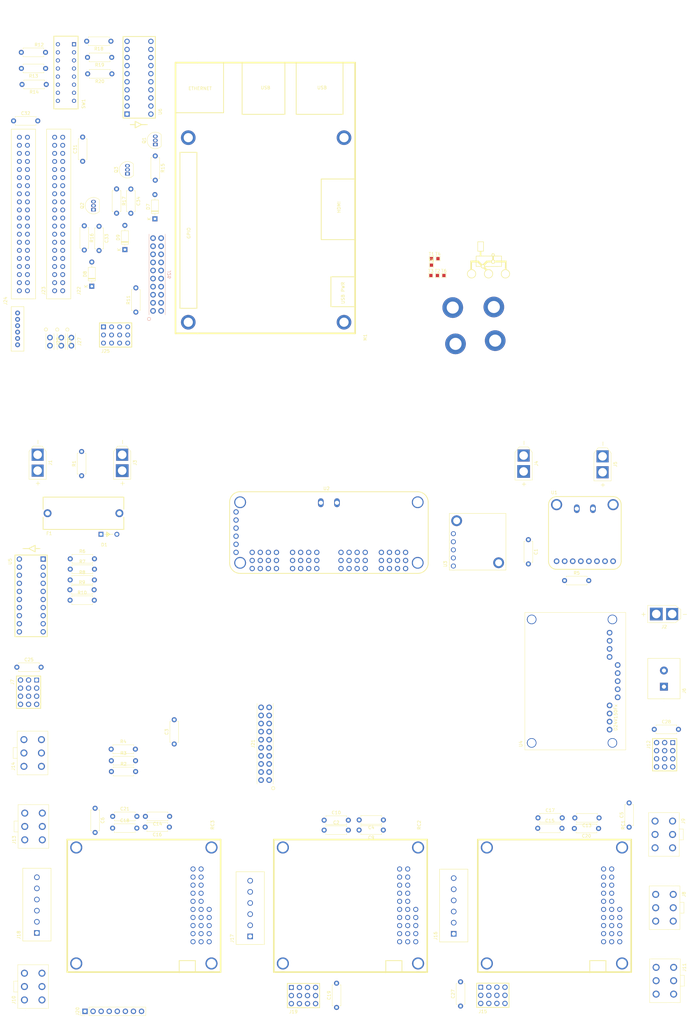
<source format=kicad_pcb>
(kicad_pcb (version 20171130) (host pcbnew "(5.0.2)-1")
  (layers (0 F.Cu signal) (31 B.Cu signal) (34 B.Paste user) (35 F.Paste user) (36 B.SilkS user) (37 F.SilkS user) (38 B.Mask user hide) (39 F.Mask user hide) (44 Edge.Cuts user))
  (net 0 "")
  (net 1 +BATT)
  (net 2 "Net-(RC1-Pad20)")
  (net 3 "Net-(RC1-Pad19)")
  (net 4 "Net-(RC1-Pad18)")
  (net 5 "Net-(RC1-Pad17)")
  (net 6 "Net-(RC1-Pad16)")
  (net 7 "Net-(RC1-Pad15)")
  (net 8 "Net-(RC1-Pad14)")
  (net 9 "Net-(RC1-Pad13)")
  (net 10 "Net-(RC1-Pad12)")
  (net 11 "Net-(RC1-Pad11)")
  (net 12 "Net-(RC1-Pad6)")
  (net 13 "Net-(RC1-Pad5)")
  (net 14 "Net-(RC1-Pad4)")
  (net 15 "Net-(RC1-Pad3)")
  (net 16 "Net-(RC2-Pad3)")
  (net 17 "Net-(RC2-Pad4)")
  (net 18 "Net-(RC2-Pad5)")
  (net 19 "Net-(RC2-Pad6)")
  (net 20 "Net-(RC2-Pad11)")
  (net 21 "Net-(RC2-Pad12)")
  (net 22 "Net-(RC2-Pad13)")
  (net 23 "Net-(RC2-Pad14)")
  (net 24 "Net-(RC2-Pad15)")
  (net 25 "Net-(RC2-Pad16)")
  (net 26 "Net-(RC2-Pad17)")
  (net 27 "Net-(RC2-Pad18)")
  (net 28 "Net-(RC2-Pad19)")
  (net 29 "Net-(RC2-Pad20)")
  (net 30 "Net-(RC3-Pad20)")
  (net 31 "Net-(RC3-Pad19)")
  (net 32 "Net-(RC3-Pad18)")
  (net 33 "Net-(RC3-Pad17)")
  (net 34 "Net-(RC3-Pad16)")
  (net 35 "Net-(RC3-Pad15)")
  (net 36 "Net-(RC3-Pad14)")
  (net 37 "Net-(RC3-Pad13)")
  (net 38 "Net-(RC3-Pad12)")
  (net 39 "Net-(RC3-Pad11)")
  (net 40 "Net-(RC3-Pad6)")
  (net 41 "Net-(RC3-Pad5)")
  (net 42 "Net-(RC3-Pad4)")
  (net 43 "Net-(RC3-Pad3)")
  (net 44 "Net-(J24-Pad6)")
  (net 45 "/Motor Board/BATTPOS")
  (net 46 +12V_motor)
  (net 47 GND_motor)
  (net 48 "/Motor Board/MMLOAD+")
  (net 49 +5V_brain)
  (net 50 GND_brain)
  (net 51 "/Motor Board/RC1EN2A")
  (net 52 +5V_motor)
  (net 53 "/Motor Board/alert")
  (net 54 "/Motor Board/E_STOP3")
  (net 55 +3.3V_motor)
  (net 56 "/Motor Board/E_STOP2")
  (net 57 "/Motor Board/E_STOP")
  (net 58 "/Motor Board/SWITCH+")
  (net 59 "/Motor Board/SWITCH-")
  (net 60 "Net-(C34-Pad2)")
  (net 61 +3.3V_brain)
  (net 62 "Net-(C33-Pad2)")
  (net 63 "/Motor Board/RC3EN1B")
  (net 64 "/Brain Board/E_STOP3")
  (net 65 "/Brain Board/E_STOP2")
  (net 66 "/Brain Board/E_STOP")
  (net 67 "Net-(Q3-Pad2)")
  (net 68 "Net-(Q2-Pad2)")
  (net 69 "Net-(Q1-Pad2)")
  (net 70 "Net-(D7-Pad2)")
  (net 71 "/Brain Board/E_STOP3_in")
  (net 72 "/Brain Board/E_STOP2_in")
  (net 73 "/Brain Board/E_STOP_pi")
  (net 74 "/Brain Board/RXD")
  (net 75 "/Motor Board/RC2EN2A")
  (net 76 "/Motor Board/RC2EN1A")
  (net 77 "/Motor Board/RC1EN1B")
  (net 78 "/Motor Board/RC3EN1A")
  (net 79 "/Motor Board/RC1EN1A")
  (net 80 "/Motor Board/RC2EN2B")
  (net 81 "/Motor Board/RC3EN2A")
  (net 82 "/Motor Board/RC2EN1B")
  (net 83 "/Motor Board/RC1EN2B")
  (net 84 "/Motor Board/RC3EN2B")
  (net 85 "/Motor Board/servo_pwm_ch4")
  (net 86 "/Motor Board/servo_pwm_ch5")
  (net 87 "/Motor Board/servo_pwm_ch6")
  (net 88 "/Motor Board/servo_pwm_ch7")
  (net 89 "/Motor Board/servo_pwm_ch11")
  (net 90 "/Motor Board/servo_pwm_ch10")
  (net 91 "/Motor Board/servo_pwm_ch9")
  (net 92 "/Motor Board/servo_pwm_ch8")
  (net 93 "/Motor Board/servo_pwm_ch12")
  (net 94 "/Motor Board/servo_pwm_ch13")
  (net 95 "/Motor Board/servo_pwm_ch14")
  (net 96 "/Motor Board/servo_pwm_ch15")
  (net 97 "/Motor Board/servo_pwm_ch3")
  (net 98 "/Motor Board/servo_pwm_ch2")
  (net 99 "/Motor Board/servo_pwm_ch1")
  (net 100 "/Motor Board/servo_pwm_ch0")
  (net 101 "/Brain Board/SDA_rpi")
  (net 102 "/Brain Board/SCL_rpi")
  (net 103 "Net-(J23-Pad7)")
  (net 104 "/Brain Board/TXD")
  (net 105 "Net-(J23-Pad11)")
  (net 106 "Net-(J23-Pad12)")
  (net 107 "Net-(J23-Pad13)")
  (net 108 "Net-(J23-Pad15)")
  (net 109 "Net-(J23-Pad16)")
  (net 110 "Net-(J23-Pad18)")
  (net 111 "Net-(J23-Pad19)")
  (net 112 "Net-(J23-Pad21)")
  (net 113 "Net-(J23-Pad22)")
  (net 114 "Net-(J23-Pad23)")
  (net 115 "Net-(J23-Pad24)")
  (net 116 "Net-(J23-Pad26)")
  (net 117 "Net-(J23-Pad27)")
  (net 118 "Net-(J23-Pad28)")
  (net 119 "Net-(J23-Pad29)")
  (net 120 "Net-(J23-Pad31)")
  (net 121 "Net-(J23-Pad32)")
  (net 122 "Net-(J23-Pad33)")
  (net 123 "Net-(J23-Pad35)")
  (net 124 "Net-(J23-Pad36)")
  (net 125 "Net-(J23-Pad37)")
  (net 126 "Net-(J23-Pad38)")
  (net 127 "Net-(J23-Pad40)")
  (net 128 "Net-(J22-Pad40)")
  (net 129 "Net-(J22-Pad38)")
  (net 130 "Net-(J22-Pad37)")
  (net 131 "Net-(J22-Pad36)")
  (net 132 "Net-(J22-Pad35)")
  (net 133 "Net-(J22-Pad33)")
  (net 134 "Net-(J22-Pad32)")
  (net 135 "Net-(J22-Pad31)")
  (net 136 "Net-(J22-Pad29)")
  (net 137 "Net-(J22-Pad28)")
  (net 138 "Net-(J22-Pad27)")
  (net 139 "Net-(J22-Pad26)")
  (net 140 "Net-(J22-Pad24)")
  (net 141 "Net-(J22-Pad23)")
  (net 142 "Net-(J22-Pad22)")
  (net 143 "Net-(J22-Pad21)")
  (net 144 "Net-(J22-Pad19)")
  (net 145 "Net-(J22-Pad18)")
  (net 146 "/Brain Board/OEservos")
  (net 147 "/Brain Board/alert")
  (net 148 "Net-(J22-Pad12)")
  (net 149 "Net-(J22-Pad11)")
  (net 150 "Net-(J22-Pad7)")
  (net 151 "Net-(RC3-Pad1)")
  (net 152 "Net-(RC3-Pad2)")
  (net 153 "/Motor Board/TXD")
  (net 154 "/Motor Board/RXD")
  (net 155 "Net-(RC2-Pad2)")
  (net 156 "Net-(RC2-Pad1)")
  (net 157 "Net-(RC1-Pad1)")
  (net 158 "Net-(RC1-Pad2)")
  (net 159 "/Motor Board/SCL_rpi")
  (net 160 "Net-(J21-Pad11)")
  (net 161 "Net-(J21-Pad15)")
  (net 162 "/Motor Board/SDA_rpi")
  (net 163 "Net-(J21-Pad12)")
  (net 164 "/Motor Board/OEservos")
  (net 165 +12V_brain)
  (net 166 "Net-(J26-Pad11)")
  (net 167 "Net-(J26-Pad15)")
  (net 168 "Net-(J26-Pad12)")
  (net 169 "Net-(U2-Pad1)")
  (net 170 "Net-(U2-Pad10)")
  (net 171 "Net-(U2-Pad11)")
  (net 172 "/Motor Board/RC1M2B")
  (net 173 "/Motor Board/RC1M2A")
  (net 174 "/Motor Board/RC2M2A")
  (net 175 "/Motor Board/RC2M2B")
  (net 176 "/Motor Board/RC3M2B")
  (net 177 "/Motor Board/RC3M2A")
  (net 178 "/Motor Board/RC1M1A")
  (net 179 "/Motor Board/RC1M1B")
  (net 180 "/Motor Board/RC3M1B")
  (net 181 "/Motor Board/RC3M1A")
  (net 182 "/Motor Board/RC2M1A")
  (net 183 "/Motor Board/RC2M1B")
  (net 184 "Net-(U1-Pad6)")
  (net 185 "Net-(U3-Pad1)")
  (net 186 "/Motor Board/12V_EN")
  (net 187 "Net-(U4-Pad5)")
  (net 188 "Net-(U4-Pad6)")
  (net 189 "Net-(U4-Pad7)")
  (net 190 "Net-(U4-Pad8)")
  (net 191 "Net-(U4-Pad9)")
  (net 192 "Net-(SW1-Pad16)")
  (net 193 "Net-(SW1-Pad15)")
  (net 194 "Net-(SW1-Pad14)")
  (net 195 "Net-(SW1-Pad13)")
  (net 196 "/Motor Board/BATTNEG")
  (net 197 "Net-(J20-Pad8)")
  (net 198 "Net-(R10-Pad1)")
  (net 199 "Net-(R9-Pad1)")
  (net 200 "Net-(R8-Pad1)")
  (net 201 "Net-(R7-Pad1)")
  (net 202 "Net-(R6-Pad1)")
  (net 203 "Net-(U5-Pad6)")
  (net 204 "Net-(U5-Pad7)")
  (net 205 "Net-(U5-Pad8)")
  (net 206 "Net-(U5-Pad9)")
  (net 207 "Net-(U5-Pad10)")
  (net 208 "/Brain Board/ESTOP_LED_3")
  (net 209 "/Brain Board/ESTOP_LED_2")
  (net 210 "/Brain Board/ESTOP_LED_1")
  (net 211 "/Brain Board/RXD_LED")
  (net 212 "/Brain Board/TXD_LED")
  (net 213 "/Brain Board/ALERT_LED")
  (net 214 "Net-(U6-Pad4)")
  (net 215 "Net-(U6-Pad5)")
  (net 216 "Net-(U6-Pad6)")
  (net 217 "Net-(U6-Pad7)")
  (module "JPL Robotics:696108003002_5x20_fuseholder" (layer F.Cu) (at 20.955 -160.4899)
    (fp_text reference F1 (at -10.795 6.35) (layer F.SilkS))
    (fp_text value Fuse hide)
    (pad 1 thru_hole circle (at -11.3 0) (size 2.5 2.5) (drill 1.5) (layers *.Cu *.Mask) (net 45 "/Motor Board/BATTPOS"))
    (pad 2 thru_hole circle (at 11.3 0) (size 2.5 2.5) (drill 1.5) (layers *.Cu *.Mask) (net 58 "/Motor Board/SWITCH+"))
  )
  (module "JPL Robotics:raspberry_pi_3b" (layer F.Cu) (at 106.426 -217.0303 90)
    (fp_text reference M1 (at -1.27 3.175 90) (layer F.SilkS))
    (fp_text value Mounting_Holes)
    (fp_text user GPIO (at 31.496 -52.324 90) (layer F.SilkS))
    (fp_text user USB (at 77.216 -10.414 180) (layer F.SilkS))
    (fp_text user USB (at 77.216 -28.194 180) (layer F.SilkS))
    (fp_text user ETHERNET (at 76.962 -48.768 180) (layer F.SilkS))
    (fp_text user "USB PWR" (at 12.7 -3.81 90) (layer F.SilkS))
    (fp_text user HDMI (at 39.624 -5.08 90) (layer F.SilkS))
    (pad "" np_thru_hole circle (at 3.5 -3.5 90) (size 4.6 4.6) (drill 2.9) (layers *.Cu *.Mask))
    (pad "" np_thru_hole circle (at 3.5 -52.5 90) (size 4.6 4.6) (drill 2.9) (layers *.Cu *.Mask))
    (pad "" np_thru_hole circle (at 61.5 -52.5 90) (size 4.6 4.6) (drill 2.9) (layers *.Cu *.Mask))
    (pad "" np_thru_hole circle (at 61.5 -3.5 90) (size 4.6 4.6) (drill 2.9) (layers *.Cu *.Mask))
  )
  (module "JPL Robotics:INA260" (layer F.Cu) (at 167.2712 -142.8703)
    (fp_text reference U1 (at 1.778 -24.13) (layer F.SilkS))
    (fp_text value INA260)
    (pad 1 thru_hole circle (at 2.54 -2.54) (size 1.778 1.778) (drill 1.016) (layers *.Cu *.Mask) (net 55 +3.3V_motor))
    (pad 2 thru_hole circle (at 5.08 -2.54) (size 1.778 1.778) (drill 1.016) (layers *.Cu *.Mask) (net 47 GND_motor))
    (pad 3 thru_hole circle (at 7.62 -2.54) (size 1.778 1.778) (drill 1.016) (layers *.Cu *.Mask) (net 159 "/Motor Board/SCL_rpi"))
    (pad 4 thru_hole circle (at 10.16 -2.54) (size 1.778 1.778) (drill 1.016) (layers *.Cu *.Mask) (net 162 "/Motor Board/SDA_rpi"))
    (pad 5 thru_hole circle (at 12.7 -2.54) (size 1.778 1.778) (drill 1.016) (layers *.Cu *.Mask) (net 53 "/Motor Board/alert"))
    (pad 6 thru_hole circle (at 15.24 -2.54) (size 1.778 1.778) (drill 1.016) (layers *.Cu *.Mask) (net 184 "Net-(U1-Pad6)"))
    (pad 7 thru_hole circle (at 17.78 -2.54) (size 1.778 1.778) (drill 1.016) (layers *.Cu *.Mask) (net 48 "/Motor Board/MMLOAD+"))
    (pad 8 thru_hole circle (at 20.32 -2.54) (size 1.778 1.778) (drill 1.016) (layers *.Cu *.Mask) (net 1 +BATT))
    (pad 9 thru_hole oval (at 8.89 -19.05) (size 1.76 2.7) (drill 1.3) (layers *.Cu *.Mask) (net 48 "/Motor Board/MMLOAD+"))
    (pad 10 thru_hole oval (at 13.97 -19.05) (size 1.76 2.7) (drill 1.3) (layers *.Cu *.Mask) (net 1 +BATT))
    (pad "" np_thru_hole oval (at 2.54 -20.32) (size 3.5 3.5) (drill 2.54) (layers *.Cu *.Mask))
    (pad "" np_thru_hole oval (at 20.32 -20.32) (size 3.5 3.5) (drill 2.54) (layers *.Cu *.Mask))
  )
  (module "JPL Robotics:ED2580-ND" (layer F.Cu) (at 203.581 -105.9815 90)
    (fp_text reference J6 (at -1.27 6.35 90) (layer F.SilkS))
    (fp_text value ED2580-ND)
    (pad 1 thru_hole rect (at 0 0 90) (size 2.5 2.5) (drill 1.3) (layers *.Cu *.Mask) (net 46 +12V_motor))
    (pad 2 thru_hole circle (at 5.08 0 90) (size 2.5 2.5) (drill 1.3) (layers *.Cu *.Mask) (net 47 GND_motor))
  )
  (module "JPL Robotics:AMASS_XT30U-F_1x02_P5.0mm_Vertical" (layer F.Cu) (at 206.1718 -128.8161 180)
    (fp_text reference J2 (at 2.5 -4 180) (layer F.SilkS))
    (fp_text value XT30-F)
    (fp_text user - (at -4 0 180) (layer F.SilkS) (effects (font (size 1.5 1.5))))
    (fp_text user + (at 9 0 180) (layer F.SilkS) (effects (font (size 1.5 1.5))))
    (pad 2 thru_hole rect (at 5 0 180) (size 4 4) (drill 2.7) (layers *.Cu *.Mask) (net 47 GND_motor))
    (pad 1 thru_hole rect (at 0 0 180) (size 3.8 3.8) (drill 2.7) (layers *.Cu *.Mask) (net 1 +BATT))
  )
  (module "JPL Robotics:AMASS_XT30U-M_1x02_P5.0mm_Vertical" (layer F.Cu) (at 184.2712 -178.3703 270)
    (fp_text reference J5 (at 2.5 -4 270) (layer F.SilkS))
    (fp_text value XT30-M)
    (fp_text user - (at -4 0 270) (layer F.SilkS) (effects (font (size 1.5 1.5))))
    (fp_text user + (at 9 0 270) (layer F.SilkS) (effects (font (size 1.5 1.5))))
    (pad 2 thru_hole rect (at 5 0 270) (size 3.8 3.8) (drill 2.7) (layers *.Cu *.Mask) (net 48 "/Motor Board/MMLOAD+"))
    (pad 1 thru_hole rect (at 0 0 270) (size 3.8 3.8) (drill 2.7) (layers *.Cu *.Mask) (net 47 GND_motor))
  )
  (module "JPL Robotics:AMASS_XT30U-F_1x02_P5.0mm_Vertical" (layer F.Cu) (at 159.4358 -178.6255 270)
    (fp_text reference J4 (at 2.5 -4 270) (layer F.SilkS))
    (fp_text value XT30-F)
    (fp_text user - (at -4 0 270) (layer F.SilkS) (effects (font (size 1.5 1.5))))
    (fp_text user + (at 9 0 270) (layer F.SilkS) (effects (font (size 1.5 1.5))))
    (pad 2 thru_hole rect (at 5 0 270) (size 4 4) (drill 2.7) (layers *.Cu *.Mask) (net 59 "/Motor Board/SWITCH-"))
    (pad 1 thru_hole rect (at 0 0 270) (size 3.8 3.8) (drill 2.7) (layers *.Cu *.Mask) (net 196 "/Motor Board/BATTNEG"))
  )
  (module "JPL Robotics:AMASS_XT30U-M_1x02_P5.0mm_Vertical" (layer F.Cu) (at 6.5278 -178.8795 270)
    (fp_text reference J1 (at 2.5 -4 270) (layer F.SilkS))
    (fp_text value XT30-M)
    (fp_text user - (at -4 0 270) (layer F.SilkS) (effects (font (size 1.5 1.5))))
    (fp_text user + (at 9 0 270) (layer F.SilkS) (effects (font (size 1.5 1.5))))
    (pad 2 thru_hole rect (at 5 0 270) (size 3.8 3.8) (drill 2.7) (layers *.Cu *.Mask) (net 45 "/Motor Board/BATTPOS"))
    (pad 1 thru_hole rect (at 0 0 270) (size 3.8 3.8) (drill 2.7) (layers *.Cu *.Mask) (net 196 "/Motor Board/BATTNEG"))
  )
  (module "JPL Robotics:AMASS_XT30U-F_1x02_P5.0mm_Vertical" (layer F.Cu) (at 33.135466 -178.8783 270)
    (fp_text reference J3 (at 2.5 -4 270) (layer F.SilkS))
    (fp_text value XT30-F)
    (fp_text user - (at -4 0 270) (layer F.SilkS) (effects (font (size 1.5 1.5))))
    (fp_text user + (at 9 0 270) (layer F.SilkS) (effects (font (size 1.5 1.5))))
    (pad 2 thru_hole rect (at 5 0 270) (size 4 4) (drill 2.7) (layers *.Cu *.Mask) (net 59 "/Motor Board/SWITCH-"))
    (pad 1 thru_hole rect (at 0 0 270) (size 3.8 3.8) (drill 2.7) (layers *.Cu *.Mask) (net 58 "/Motor Board/SWITCH+"))
  )
  (module "JPL Robotics:S9175-ND" (layer F.Cu) (at 14.4272 -230.4161 90)
    (fp_text reference J22 (at 0 5.08 90) (layer F.SilkS))
    (fp_text value S9175-ND_rpi_breakout)
    (pad 1 thru_hole circle (at 0 0 90) (size 1.524 1.524) (drill 0.9) (layers *.Cu *.Mask) (net 61 +3.3V_brain))
    (pad 2 thru_hole circle (at 0 -2.54 90) (size 1.524 1.524) (drill 0.9) (layers *.Cu *.Mask) (net 49 +5V_brain))
    (pad 3 thru_hole circle (at 2.54 0 90) (size 1.524 1.524) (drill 0.9) (layers *.Cu *.Mask) (net 101 "/Brain Board/SDA_rpi"))
    (pad 4 thru_hole circle (at 2.54 -2.54 90) (size 1.524 1.524) (drill 0.9) (layers *.Cu *.Mask) (net 49 +5V_brain))
    (pad 5 thru_hole circle (at 5.08 0 90) (size 1.524 1.524) (drill 0.9) (layers *.Cu *.Mask) (net 102 "/Brain Board/SCL_rpi"))
    (pad 6 thru_hole circle (at 5.08 -2.54 90) (size 1.524 1.524) (drill 0.9) (layers *.Cu *.Mask) (net 50 GND_brain))
    (pad 7 thru_hole circle (at 7.62 0 90) (size 1.524 1.524) (drill 0.9) (layers *.Cu *.Mask) (net 150 "Net-(J22-Pad7)"))
    (pad 8 thru_hole circle (at 7.62 -2.54 90) (size 1.524 1.524) (drill 0.9) (layers *.Cu *.Mask) (net 104 "/Brain Board/TXD"))
    (pad 9 thru_hole circle (at 10.16 0 90) (size 1.524 1.524) (drill 0.9) (layers *.Cu *.Mask) (net 50 GND_brain))
    (pad 10 thru_hole circle (at 10.16 -2.54 90) (size 1.524 1.524) (drill 0.9) (layers *.Cu *.Mask) (net 74 "/Brain Board/RXD"))
    (pad 11 thru_hole circle (at 12.7 0 90) (size 1.524 1.524) (drill 0.9) (layers *.Cu *.Mask) (net 149 "Net-(J22-Pad11)"))
    (pad 12 thru_hole circle (at 12.7 -2.54 90) (size 1.524 1.524) (drill 0.9) (layers *.Cu *.Mask) (net 148 "Net-(J22-Pad12)"))
    (pad 13 thru_hole circle (at 15.24 0 90) (size 1.524 1.524) (drill 0.9) (layers *.Cu *.Mask) (net 147 "/Brain Board/alert"))
    (pad 14 thru_hole circle (at 15.24 -2.54 90) (size 1.524 1.524) (drill 0.9) (layers *.Cu *.Mask) (net 50 GND_brain))
    (pad 15 thru_hole circle (at 17.78 0 90) (size 1.524 1.524) (drill 0.9) (layers *.Cu *.Mask) (net 146 "/Brain Board/OEservos"))
    (pad 16 thru_hole circle (at 17.78 -2.54 90) (size 1.524 1.524) (drill 0.9) (layers *.Cu *.Mask) (net 73 "/Brain Board/E_STOP_pi"))
    (pad 17 thru_hole circle (at 20.32 0 90) (size 1.524 1.524) (drill 0.9) (layers *.Cu *.Mask) (net 61 +3.3V_brain))
    (pad 18 thru_hole circle (at 20.32 -2.54 90) (size 1.524 1.524) (drill 0.9) (layers *.Cu *.Mask) (net 145 "Net-(J22-Pad18)"))
    (pad 19 thru_hole circle (at 22.86 0 90) (size 1.524 1.524) (drill 0.9) (layers *.Cu *.Mask) (net 144 "Net-(J22-Pad19)"))
    (pad 20 thru_hole circle (at 22.86 -2.54 90) (size 1.524 1.524) (drill 0.9) (layers *.Cu *.Mask) (net 50 GND_brain))
    (pad 21 thru_hole circle (at 25.4 0 90) (size 1.524 1.524) (drill 0.9) (layers *.Cu *.Mask) (net 143 "Net-(J22-Pad21)"))
    (pad 22 thru_hole circle (at 25.4 -2.54 90) (size 1.524 1.524) (drill 0.9) (layers *.Cu *.Mask) (net 142 "Net-(J22-Pad22)"))
    (pad 23 thru_hole circle (at 27.94 0 90) (size 1.524 1.524) (drill 0.9) (layers *.Cu *.Mask) (net 141 "Net-(J22-Pad23)"))
    (pad 24 thru_hole circle (at 27.94 -2.54 90) (size 1.524 1.524) (drill 0.9) (layers *.Cu *.Mask) (net 140 "Net-(J22-Pad24)"))
    (pad 25 thru_hole circle (at 30.48 0 90) (size 1.524 1.524) (drill 0.9) (layers *.Cu *.Mask) (net 50 GND_brain))
    (pad 26 thru_hole circle (at 30.48 -2.54 90) (size 1.524 1.524) (drill 0.9) (layers *.Cu *.Mask) (net 139 "Net-(J22-Pad26)"))
    (pad 27 thru_hole circle (at 33.02 0 90) (size 1.524 1.524) (drill 0.9) (layers *.Cu *.Mask) (net 138 "Net-(J22-Pad27)"))
    (pad 28 thru_hole circle (at 33.02 -2.54 90) (size 1.524 1.524) (drill 0.9) (layers *.Cu *.Mask) (net 137 "Net-(J22-Pad28)"))
    (pad 29 thru_hole circle (at 35.56 0 90) (size 1.524 1.524) (drill 0.9) (layers *.Cu *.Mask) (net 136 "Net-(J22-Pad29)"))
    (pad 30 thru_hole circle (at 35.56 -2.54 90) (size 1.524 1.524) (drill 0.9) (layers *.Cu *.Mask) (net 50 GND_brain))
    (pad 31 thru_hole circle (at 38.1 0 90) (size 1.524 1.524) (drill 0.9) (layers *.Cu *.Mask) (net 135 "Net-(J22-Pad31)"))
    (pad 32 thru_hole circle (at 38.1 -2.54 90) (size 1.524 1.524) (drill 0.9) (layers *.Cu *.Mask) (net 134 "Net-(J22-Pad32)"))
    (pad 33 thru_hole circle (at 40.64 0 90) (size 1.524 1.524) (drill 0.9) (layers *.Cu *.Mask) (net 133 "Net-(J22-Pad33)"))
    (pad 34 thru_hole circle (at 40.64 -2.54 90) (size 1.524 1.524) (drill 0.9) (layers *.Cu *.Mask) (net 50 GND_brain))
    (pad 35 thru_hole circle (at 43.18 0 90) (size 1.524 1.524) (drill 0.9) (layers *.Cu *.Mask) (net 132 "Net-(J22-Pad35)"))
    (pad 36 thru_hole circle (at 43.18 -2.54 90) (size 1.524 1.524) (drill 0.9) (layers *.Cu *.Mask) (net 131 "Net-(J22-Pad36)"))
    (pad 37 thru_hole circle (at 45.72 0 90) (size 1.524 1.524) (drill 0.9) (layers *.Cu *.Mask) (net 130 "Net-(J22-Pad37)"))
    (pad 38 thru_hole circle (at 45.72 -2.54 90) (size 1.524 1.524) (drill 0.9) (layers *.Cu *.Mask) (net 129 "Net-(J22-Pad38)"))
    (pad 39 thru_hole circle (at 48.26 0 90) (size 1.524 1.524) (drill 0.9) (layers *.Cu *.Mask) (net 50 GND_brain))
    (pad 40 thru_hole circle (at 48.26 -2.54 90) (size 1.524 1.524) (drill 0.9) (layers *.Cu *.Mask) (net 128 "Net-(J22-Pad40)"))
  )
  (module "JPL Robotics:S9175-ND" (layer F.Cu) (at 3.3274 -230.4161 90)
    (fp_text reference J23 (at 0 5.08 90) (layer F.SilkS))
    (fp_text value S9175-ND_rpi_breakout)
    (pad 1 thru_hole circle (at 0 0 90) (size 1.524 1.524) (drill 0.9) (layers *.Cu *.Mask) (net 61 +3.3V_brain))
    (pad 2 thru_hole circle (at 0 -2.54 90) (size 1.524 1.524) (drill 0.9) (layers *.Cu *.Mask) (net 49 +5V_brain))
    (pad 3 thru_hole circle (at 2.54 0 90) (size 1.524 1.524) (drill 0.9) (layers *.Cu *.Mask) (net 101 "/Brain Board/SDA_rpi"))
    (pad 4 thru_hole circle (at 2.54 -2.54 90) (size 1.524 1.524) (drill 0.9) (layers *.Cu *.Mask) (net 49 +5V_brain))
    (pad 5 thru_hole circle (at 5.08 0 90) (size 1.524 1.524) (drill 0.9) (layers *.Cu *.Mask) (net 102 "/Brain Board/SCL_rpi"))
    (pad 6 thru_hole circle (at 5.08 -2.54 90) (size 1.524 1.524) (drill 0.9) (layers *.Cu *.Mask) (net 50 GND_brain))
    (pad 7 thru_hole circle (at 7.62 0 90) (size 1.524 1.524) (drill 0.9) (layers *.Cu *.Mask) (net 103 "Net-(J23-Pad7)"))
    (pad 8 thru_hole circle (at 7.62 -2.54 90) (size 1.524 1.524) (drill 0.9) (layers *.Cu *.Mask) (net 104 "/Brain Board/TXD"))
    (pad 9 thru_hole circle (at 10.16 0 90) (size 1.524 1.524) (drill 0.9) (layers *.Cu *.Mask) (net 50 GND_brain))
    (pad 10 thru_hole circle (at 10.16 -2.54 90) (size 1.524 1.524) (drill 0.9) (layers *.Cu *.Mask) (net 74 "/Brain Board/RXD"))
    (pad 11 thru_hole circle (at 12.7 0 90) (size 1.524 1.524) (drill 0.9) (layers *.Cu *.Mask) (net 105 "Net-(J23-Pad11)"))
    (pad 12 thru_hole circle (at 12.7 -2.54 90) (size 1.524 1.524) (drill 0.9) (layers *.Cu *.Mask) (net 106 "Net-(J23-Pad12)"))
    (pad 13 thru_hole circle (at 15.24 0 90) (size 1.524 1.524) (drill 0.9) (layers *.Cu *.Mask) (net 107 "Net-(J23-Pad13)"))
    (pad 14 thru_hole circle (at 15.24 -2.54 90) (size 1.524 1.524) (drill 0.9) (layers *.Cu *.Mask) (net 50 GND_brain))
    (pad 15 thru_hole circle (at 17.78 0 90) (size 1.524 1.524) (drill 0.9) (layers *.Cu *.Mask) (net 108 "Net-(J23-Pad15)"))
    (pad 16 thru_hole circle (at 17.78 -2.54 90) (size 1.524 1.524) (drill 0.9) (layers *.Cu *.Mask) (net 109 "Net-(J23-Pad16)"))
    (pad 17 thru_hole circle (at 20.32 0 90) (size 1.524 1.524) (drill 0.9) (layers *.Cu *.Mask) (net 61 +3.3V_brain))
    (pad 18 thru_hole circle (at 20.32 -2.54 90) (size 1.524 1.524) (drill 0.9) (layers *.Cu *.Mask) (net 110 "Net-(J23-Pad18)"))
    (pad 19 thru_hole circle (at 22.86 0 90) (size 1.524 1.524) (drill 0.9) (layers *.Cu *.Mask) (net 111 "Net-(J23-Pad19)"))
    (pad 20 thru_hole circle (at 22.86 -2.54 90) (size 1.524 1.524) (drill 0.9) (layers *.Cu *.Mask) (net 50 GND_brain))
    (pad 21 thru_hole circle (at 25.4 0 90) (size 1.524 1.524) (drill 0.9) (layers *.Cu *.Mask) (net 112 "Net-(J23-Pad21)"))
    (pad 22 thru_hole circle (at 25.4 -2.54 90) (size 1.524 1.524) (drill 0.9) (layers *.Cu *.Mask) (net 113 "Net-(J23-Pad22)"))
    (pad 23 thru_hole circle (at 27.94 0 90) (size 1.524 1.524) (drill 0.9) (layers *.Cu *.Mask) (net 114 "Net-(J23-Pad23)"))
    (pad 24 thru_hole circle (at 27.94 -2.54 90) (size 1.524 1.524) (drill 0.9) (layers *.Cu *.Mask) (net 115 "Net-(J23-Pad24)"))
    (pad 25 thru_hole circle (at 30.48 0 90) (size 1.524 1.524) (drill 0.9) (layers *.Cu *.Mask) (net 50 GND_brain))
    (pad 26 thru_hole circle (at 30.48 -2.54 90) (size 1.524 1.524) (drill 0.9) (layers *.Cu *.Mask) (net 116 "Net-(J23-Pad26)"))
    (pad 27 thru_hole circle (at 33.02 0 90) (size 1.524 1.524) (drill 0.9) (layers *.Cu *.Mask) (net 117 "Net-(J23-Pad27)"))
    (pad 28 thru_hole circle (at 33.02 -2.54 90) (size 1.524 1.524) (drill 0.9) (layers *.Cu *.Mask) (net 118 "Net-(J23-Pad28)"))
    (pad 29 thru_hole circle (at 35.56 0 90) (size 1.524 1.524) (drill 0.9) (layers *.Cu *.Mask) (net 119 "Net-(J23-Pad29)"))
    (pad 30 thru_hole circle (at 35.56 -2.54 90) (size 1.524 1.524) (drill 0.9) (layers *.Cu *.Mask) (net 50 GND_brain))
    (pad 31 thru_hole circle (at 38.1 0 90) (size 1.524 1.524) (drill 0.9) (layers *.Cu *.Mask) (net 120 "Net-(J23-Pad31)"))
    (pad 32 thru_hole circle (at 38.1 -2.54 90) (size 1.524 1.524) (drill 0.9) (layers *.Cu *.Mask) (net 121 "Net-(J23-Pad32)"))
    (pad 33 thru_hole circle (at 40.64 0 90) (size 1.524 1.524) (drill 0.9) (layers *.Cu *.Mask) (net 122 "Net-(J23-Pad33)"))
    (pad 34 thru_hole circle (at 40.64 -2.54 90) (size 1.524 1.524) (drill 0.9) (layers *.Cu *.Mask) (net 50 GND_brain))
    (pad 35 thru_hole circle (at 43.18 0 90) (size 1.524 1.524) (drill 0.9) (layers *.Cu *.Mask) (net 123 "Net-(J23-Pad35)"))
    (pad 36 thru_hole circle (at 43.18 -2.54 90) (size 1.524 1.524) (drill 0.9) (layers *.Cu *.Mask) (net 124 "Net-(J23-Pad36)"))
    (pad 37 thru_hole circle (at 45.72 0 90) (size 1.524 1.524) (drill 0.9) (layers *.Cu *.Mask) (net 125 "Net-(J23-Pad37)"))
    (pad 38 thru_hole circle (at 45.72 -2.54 90) (size 1.524 1.524) (drill 0.9) (layers *.Cu *.Mask) (net 126 "Net-(J23-Pad38)"))
    (pad 39 thru_hole circle (at 48.26 0 90) (size 1.524 1.524) (drill 0.9) (layers *.Cu *.Mask) (net 50 GND_brain))
    (pad 40 thru_hole circle (at 48.26 -2.54 90) (size 1.524 1.524) (drill 0.9) (layers *.Cu *.Mask) (net 127 "Net-(J23-Pad40)"))
  )
  (module "JPL Robotics:D24V150Fx" (layer F.Cu) (at 191.5668 -86.1187 90)
    (fp_text reference U4 (at 1.905 -33.02 90) (layer F.SilkS))
    (fp_text value D24V150Fx)
    (fp_text user D24V150Fx (at 10.16 -3.175 90) (layer F.SilkS))
    (pad 13 thru_hole circle (at 36.83 -5.08 90) (size 1.78 1.78) (drill 1.06) (layers *.Cu *.Mask) (net 52 +5V_motor))
    (pad 12 thru_hole circle (at 34.29 -5.08 90) (size 1.78 1.78) (drill 1.06) (layers *.Cu *.Mask) (net 52 +5V_motor))
    (pad 11 thru_hole circle (at 31.75 -5.08 90) (size 1.78 1.78) (drill 1.06) (layers *.Cu *.Mask) (net 47 GND_motor))
    (pad 10 thru_hole circle (at 29.21 -5.08 90) (size 1.78 1.78) (drill 1.06) (layers *.Cu *.Mask) (net 47 GND_motor))
    (pad 9 thru_hole circle (at 26.67 -2.54 90) (size 1.78 1.78) (drill 1.06) (layers *.Cu *.Mask) (net 191 "Net-(U4-Pad9)"))
    (pad 8 thru_hole circle (at 24.13 -2.54 90) (size 1.78 1.78) (drill 1.06) (layers *.Cu *.Mask) (net 190 "Net-(U4-Pad8)"))
    (pad 7 thru_hole circle (at 21.59 -2.54 90) (size 1.78 1.78) (drill 1.06) (layers *.Cu *.Mask) (net 189 "Net-(U4-Pad7)"))
    (pad 6 thru_hole circle (at 19.05 -2.54 90) (size 1.78 1.78) (drill 1.06) (layers *.Cu *.Mask) (net 188 "Net-(U4-Pad6)"))
    (pad 5 thru_hole circle (at 16.51 -2.54 90) (size 1.78 1.78) (drill 1.06) (layers *.Cu *.Mask) (net 187 "Net-(U4-Pad5)"))
    (pad "" np_thru_hole circle (at 41 -4.2 90) (size 3 3) (drill 2.5) (layers *.Cu *.Mask))
    (pad "" np_thru_hole circle (at 41 -29.6 90) (size 3 3) (drill 2.5) (layers *.Cu *.Mask))
    (pad "" np_thru_hole circle (at 2.2 -29.6 90) (size 3 3) (drill 2.5) (layers *.Cu *.Mask))
    (pad "" np_thru_hole circle (at 2.2 -4.2 90) (size 3 3) (drill 2.5) (layers *.Cu *.Mask))
    (pad 1 thru_hole circle (at 6.35 -5.08 90) (size 1.778 1.778) (drill 1.016) (layers *.Cu *.Mask) (net 1 +BATT))
    (pad 3 thru_hole circle (at 11.43 -5.08 90) (size 1.778 1.778) (drill 1.016) (layers *.Cu *.Mask) (net 47 GND_motor))
    (pad 2 thru_hole circle (at 8.89 -5.08 90) (size 1.778 1.778) (drill 1.016) (layers *.Cu *.Mask) (net 1 +BATT))
    (pad 4 thru_hole circle (at 13.97 -5.08 90) (size 1.778 1.778) (drill 1.016) (layers *.Cu *.Mask) (net 47 GND_motor))
  )
  (module "JPL Robotics:roboclaw_mount" (layer B.Cu) (at 126.233 -55.4435 270)
    (fp_text reference RC2 (at -7.062 -0.33 270) (layer F.SilkS))
    (fp_text value RoboClaw hide)
    (pad 1 thru_hole circle (at 6.76 3.27 270) (size 1.6 1.6) (drill 1.02) (layers *.Cu *.Mask) (net 156 "Net-(RC2-Pad1)"))
    (pad 2 thru_hole circle (at 6.76 5.81 270) (size 1.6 1.6) (drill 1.02) (layers *.Cu *.Mask) (net 155 "Net-(RC2-Pad2)"))
    (pad 3 thru_hole circle (at 9.3 3.27 270) (size 1.6 1.6) (drill 1.02) (layers *.Cu *.Mask) (net 16 "Net-(RC2-Pad3)"))
    (pad 4 thru_hole circle (at 9.3 5.81 270) (size 1.6 1.6) (drill 1.02) (layers *.Cu *.Mask) (net 17 "Net-(RC2-Pad4)"))
    (pad 5 thru_hole circle (at 11.84 3.27 270) (size 1.6 1.6) (drill 1.02) (layers *.Cu *.Mask) (net 18 "Net-(RC2-Pad5)"))
    (pad 6 thru_hole circle (at 11.84 5.81 270) (size 1.6 1.6) (drill 1.02) (layers *.Cu *.Mask) (net 19 "Net-(RC2-Pad6)"))
    (pad 7 thru_hole circle (at 14.38 3.27 270) (size 1.6 1.6) (drill 1.02) (layers *.Cu *.Mask) (net 76 "/Motor Board/RC2EN1A"))
    (pad 8 thru_hole circle (at 14.38 5.81 270) (size 1.6 1.6) (drill 1.02) (layers *.Cu *.Mask) (net 82 "/Motor Board/RC2EN1B"))
    (pad 9 thru_hole circle (at 16.92 3.27 270) (size 1.6 1.6) (drill 1.02) (layers *.Cu *.Mask) (net 75 "/Motor Board/RC2EN2A"))
    (pad 10 thru_hole circle (at 16.92 5.81 270) (size 1.6 1.6) (drill 1.02) (layers *.Cu *.Mask) (net 80 "/Motor Board/RC2EN2B"))
    (pad 11 thru_hole circle (at 19.46 3.27 270) (size 1.6 1.6) (drill 1.02) (layers *.Cu *.Mask) (net 20 "Net-(RC2-Pad11)"))
    (pad 12 thru_hole circle (at 19.46 5.81 270) (size 1.6 1.6) (drill 1.02) (layers *.Cu *.Mask) (net 21 "Net-(RC2-Pad12)"))
    (pad 13 thru_hole circle (at 22 3.27 270) (size 1.6 1.6) (drill 1.02) (layers *.Cu *.Mask) (net 22 "Net-(RC2-Pad13)"))
    (pad 14 thru_hole circle (at 22 5.81 270) (size 1.6 1.6) (drill 1.02) (layers *.Cu *.Mask) (net 23 "Net-(RC2-Pad14)"))
    (pad 15 thru_hole circle (at 24.54 3.27 270) (size 1.6 1.6) (drill 1.02) (layers *.Cu *.Mask) (net 24 "Net-(RC2-Pad15)"))
    (pad 16 thru_hole circle (at 24.54 5.81 270) (size 1.6 1.6) (drill 1.02) (layers *.Cu *.Mask) (net 25 "Net-(RC2-Pad16)"))
    (pad 17 thru_hole circle (at 27.08 3.27 270) (size 1.6 1.6) (drill 1.02) (layers *.Cu *.Mask) (net 26 "Net-(RC2-Pad17)"))
    (pad 18 thru_hole circle (at 27.08 5.81 270) (size 1.6 1.6) (drill 1.02) (layers *.Cu *.Mask) (net 27 "Net-(RC2-Pad18)"))
    (pad 19 thru_hole circle (at 29.62 3.27 270) (size 1.6 1.6) (drill 1.02) (layers *.Cu *.Mask) (net 28 "Net-(RC2-Pad19)"))
    (pad 20 thru_hole circle (at 29.62 5.81 270) (size 1.6 1.6) (drill 1.02) (layers *.Cu *.Mask) (net 29 "Net-(RC2-Pad20)"))
    (pad 21 thru_hole circle (at 19.46 0.73 270) (size 1.6 1.6) (drill 1.02) (layers *.Cu *.Mask) (net 153 "/Motor Board/TXD"))
    (pad 22 thru_hole circle (at 22 0.73 270) (size 1.6 1.6) (drill 1.02) (layers *.Cu *.Mask) (net 154 "/Motor Board/RXD"))
    (pad 23 thru_hole circle (at 24.54 0.73 270) (size 1.6 1.6) (drill 1.02) (layers *.Cu *.Mask) (net 57 "/Motor Board/E_STOP"))
    (pad 24 thru_hole circle (at 27.08 0.73 270) (size 1.6 1.6) (drill 1.02) (layers *.Cu *.Mask) (net 56 "/Motor Board/E_STOP2"))
    (pad 25 thru_hole circle (at 29.62 0.73 270) (size 1.6 1.6) (drill 1.02) (layers *.Cu *.Mask) (net 54 "/Motor Board/E_STOP3"))
    (pad "" np_thru_hole circle (at 0 0 270) (size 3.8 3.8) (drill 2.9) (layers *.Cu *.Mask))
    (pad "" np_thru_hole circle (at 36.449 0 270) (size 3.8 3.8) (drill 2.9) (layers *.Cu *.Mask))
    (pad "" np_thru_hole circle (at 0 42.545 270) (size 3.8 3.8) (drill 2.9) (layers *.Cu *.Mask))
    (pad "" np_thru_hole circle (at 36.449 42.545 270) (size 3.8 3.8) (drill 2.9) (layers *.Cu *.Mask))
  )
  (module "JPL Robotics:roboclaw_mount" (layer B.Cu) (at 190.4112 -55.4435 270)
    (fp_text reference RC1 (at -7.062 -0.33 270) (layer F.SilkS))
    (fp_text value RoboClaw hide)
    (pad 1 thru_hole circle (at 6.76 3.27 270) (size 1.6 1.6) (drill 1.02) (layers *.Cu *.Mask) (net 157 "Net-(RC1-Pad1)"))
    (pad 2 thru_hole circle (at 6.76 5.81 270) (size 1.6 1.6) (drill 1.02) (layers *.Cu *.Mask) (net 158 "Net-(RC1-Pad2)"))
    (pad 3 thru_hole circle (at 9.3 3.27 270) (size 1.6 1.6) (drill 1.02) (layers *.Cu *.Mask) (net 15 "Net-(RC1-Pad3)"))
    (pad 4 thru_hole circle (at 9.3 5.81 270) (size 1.6 1.6) (drill 1.02) (layers *.Cu *.Mask) (net 14 "Net-(RC1-Pad4)"))
    (pad 5 thru_hole circle (at 11.84 3.27 270) (size 1.6 1.6) (drill 1.02) (layers *.Cu *.Mask) (net 13 "Net-(RC1-Pad5)"))
    (pad 6 thru_hole circle (at 11.84 5.81 270) (size 1.6 1.6) (drill 1.02) (layers *.Cu *.Mask) (net 12 "Net-(RC1-Pad6)"))
    (pad 7 thru_hole circle (at 14.38 3.27 270) (size 1.6 1.6) (drill 1.02) (layers *.Cu *.Mask) (net 79 "/Motor Board/RC1EN1A"))
    (pad 8 thru_hole circle (at 14.38 5.81 270) (size 1.6 1.6) (drill 1.02) (layers *.Cu *.Mask) (net 77 "/Motor Board/RC1EN1B"))
    (pad 9 thru_hole circle (at 16.92 3.27 270) (size 1.6 1.6) (drill 1.02) (layers *.Cu *.Mask) (net 51 "/Motor Board/RC1EN2A"))
    (pad 10 thru_hole circle (at 16.92 5.81 270) (size 1.6 1.6) (drill 1.02) (layers *.Cu *.Mask) (net 83 "/Motor Board/RC1EN2B"))
    (pad 11 thru_hole circle (at 19.46 3.27 270) (size 1.6 1.6) (drill 1.02) (layers *.Cu *.Mask) (net 11 "Net-(RC1-Pad11)"))
    (pad 12 thru_hole circle (at 19.46 5.81 270) (size 1.6 1.6) (drill 1.02) (layers *.Cu *.Mask) (net 10 "Net-(RC1-Pad12)"))
    (pad 13 thru_hole circle (at 22 3.27 270) (size 1.6 1.6) (drill 1.02) (layers *.Cu *.Mask) (net 9 "Net-(RC1-Pad13)"))
    (pad 14 thru_hole circle (at 22 5.81 270) (size 1.6 1.6) (drill 1.02) (layers *.Cu *.Mask) (net 8 "Net-(RC1-Pad14)"))
    (pad 15 thru_hole circle (at 24.54 3.27 270) (size 1.6 1.6) (drill 1.02) (layers *.Cu *.Mask) (net 7 "Net-(RC1-Pad15)"))
    (pad 16 thru_hole circle (at 24.54 5.81 270) (size 1.6 1.6) (drill 1.02) (layers *.Cu *.Mask) (net 6 "Net-(RC1-Pad16)"))
    (pad 17 thru_hole circle (at 27.08 3.27 270) (size 1.6 1.6) (drill 1.02) (layers *.Cu *.Mask) (net 5 "Net-(RC1-Pad17)"))
    (pad 18 thru_hole circle (at 27.08 5.81 270) (size 1.6 1.6) (drill 1.02) (layers *.Cu *.Mask) (net 4 "Net-(RC1-Pad18)"))
    (pad 19 thru_hole circle (at 29.62 3.27 270) (size 1.6 1.6) (drill 1.02) (layers *.Cu *.Mask) (net 3 "Net-(RC1-Pad19)"))
    (pad 20 thru_hole circle (at 29.62 5.81 270) (size 1.6 1.6) (drill 1.02) (layers *.Cu *.Mask) (net 2 "Net-(RC1-Pad20)"))
    (pad 21 thru_hole circle (at 19.46 0.73 270) (size 1.6 1.6) (drill 1.02) (layers *.Cu *.Mask) (net 153 "/Motor Board/TXD"))
    (pad 22 thru_hole circle (at 22 0.73 270) (size 1.6 1.6) (drill 1.02) (layers *.Cu *.Mask) (net 154 "/Motor Board/RXD"))
    (pad 23 thru_hole circle (at 24.54 0.73 270) (size 1.6 1.6) (drill 1.02) (layers *.Cu *.Mask) (net 57 "/Motor Board/E_STOP"))
    (pad 24 thru_hole circle (at 27.08 0.73 270) (size 1.6 1.6) (drill 1.02) (layers *.Cu *.Mask) (net 56 "/Motor Board/E_STOP2"))
    (pad 25 thru_hole circle (at 29.62 0.73 270) (size 1.6 1.6) (drill 1.02) (layers *.Cu *.Mask) (net 54 "/Motor Board/E_STOP3"))
    (pad "" np_thru_hole circle (at 0 0 270) (size 3.8 3.8) (drill 2.9) (layers *.Cu *.Mask))
    (pad "" np_thru_hole circle (at 36.449 0 270) (size 3.8 3.8) (drill 2.9) (layers *.Cu *.Mask))
    (pad "" np_thru_hole circle (at 0 42.545 270) (size 3.8 3.8) (drill 2.9) (layers *.Cu *.Mask))
    (pad "" np_thru_hole circle (at 36.449 42.545 270) (size 3.8 3.8) (drill 2.9) (layers *.Cu *.Mask))
  )
  (module "JPL Robotics:roboclaw_mount" (layer B.Cu) (at 61.233 -55.4435 270)
    (fp_text reference RC3 (at -7.062 -0.33 270) (layer F.SilkS))
    (fp_text value RoboClaw hide)
    (pad 1 thru_hole circle (at 6.76 3.27 270) (size 1.6 1.6) (drill 1.02) (layers *.Cu *.Mask) (net 151 "Net-(RC3-Pad1)"))
    (pad 2 thru_hole circle (at 6.76 5.81 270) (size 1.6 1.6) (drill 1.02) (layers *.Cu *.Mask) (net 152 "Net-(RC3-Pad2)"))
    (pad 3 thru_hole circle (at 9.3 3.27 270) (size 1.6 1.6) (drill 1.02) (layers *.Cu *.Mask) (net 43 "Net-(RC3-Pad3)"))
    (pad 4 thru_hole circle (at 9.3 5.81 270) (size 1.6 1.6) (drill 1.02) (layers *.Cu *.Mask) (net 42 "Net-(RC3-Pad4)"))
    (pad 5 thru_hole circle (at 11.84 3.27 270) (size 1.6 1.6) (drill 1.02) (layers *.Cu *.Mask) (net 41 "Net-(RC3-Pad5)"))
    (pad 6 thru_hole circle (at 11.84 5.81 270) (size 1.6 1.6) (drill 1.02) (layers *.Cu *.Mask) (net 40 "Net-(RC3-Pad6)"))
    (pad 7 thru_hole circle (at 14.38 3.27 270) (size 1.6 1.6) (drill 1.02) (layers *.Cu *.Mask) (net 78 "/Motor Board/RC3EN1A"))
    (pad 8 thru_hole circle (at 14.38 5.81 270) (size 1.6 1.6) (drill 1.02) (layers *.Cu *.Mask) (net 63 "/Motor Board/RC3EN1B"))
    (pad 9 thru_hole circle (at 16.92 3.27 270) (size 1.6 1.6) (drill 1.02) (layers *.Cu *.Mask) (net 81 "/Motor Board/RC3EN2A"))
    (pad 10 thru_hole circle (at 16.92 5.81 270) (size 1.6 1.6) (drill 1.02) (layers *.Cu *.Mask) (net 84 "/Motor Board/RC3EN2B"))
    (pad 11 thru_hole circle (at 19.46 3.27 270) (size 1.6 1.6) (drill 1.02) (layers *.Cu *.Mask) (net 39 "Net-(RC3-Pad11)"))
    (pad 12 thru_hole circle (at 19.46 5.81 270) (size 1.6 1.6) (drill 1.02) (layers *.Cu *.Mask) (net 38 "Net-(RC3-Pad12)"))
    (pad 13 thru_hole circle (at 22 3.27 270) (size 1.6 1.6) (drill 1.02) (layers *.Cu *.Mask) (net 37 "Net-(RC3-Pad13)"))
    (pad 14 thru_hole circle (at 22 5.81 270) (size 1.6 1.6) (drill 1.02) (layers *.Cu *.Mask) (net 36 "Net-(RC3-Pad14)"))
    (pad 15 thru_hole circle (at 24.54 3.27 270) (size 1.6 1.6) (drill 1.02) (layers *.Cu *.Mask) (net 35 "Net-(RC3-Pad15)"))
    (pad 16 thru_hole circle (at 24.54 5.81 270) (size 1.6 1.6) (drill 1.02) (layers *.Cu *.Mask) (net 34 "Net-(RC3-Pad16)"))
    (pad 17 thru_hole circle (at 27.08 3.27 270) (size 1.6 1.6) (drill 1.02) (layers *.Cu *.Mask) (net 33 "Net-(RC3-Pad17)"))
    (pad 18 thru_hole circle (at 27.08 5.81 270) (size 1.6 1.6) (drill 1.02) (layers *.Cu *.Mask) (net 32 "Net-(RC3-Pad18)"))
    (pad 19 thru_hole circle (at 29.62 3.27 270) (size 1.6 1.6) (drill 1.02) (layers *.Cu *.Mask) (net 31 "Net-(RC3-Pad19)"))
    (pad 20 thru_hole circle (at 29.62 5.81 270) (size 1.6 1.6) (drill 1.02) (layers *.Cu *.Mask) (net 30 "Net-(RC3-Pad20)"))
    (pad 21 thru_hole circle (at 19.46 0.73 270) (size 1.6 1.6) (drill 1.02) (layers *.Cu *.Mask) (net 153 "/Motor Board/TXD"))
    (pad 22 thru_hole circle (at 22 0.73 270) (size 1.6 1.6) (drill 1.02) (layers *.Cu *.Mask) (net 154 "/Motor Board/RXD"))
    (pad 23 thru_hole circle (at 24.54 0.73 270) (size 1.6 1.6) (drill 1.02) (layers *.Cu *.Mask) (net 57 "/Motor Board/E_STOP"))
    (pad 24 thru_hole circle (at 27.08 0.73 270) (size 1.6 1.6) (drill 1.02) (layers *.Cu *.Mask) (net 56 "/Motor Board/E_STOP2"))
    (pad 25 thru_hole circle (at 29.62 0.73 270) (size 1.6 1.6) (drill 1.02) (layers *.Cu *.Mask) (net 54 "/Motor Board/E_STOP3"))
    (pad "" np_thru_hole circle (at 0 0 270) (size 3.8 3.8) (drill 2.9) (layers *.Cu *.Mask))
    (pad "" np_thru_hole circle (at 36.449 0 270) (size 3.8 3.8) (drill 2.9) (layers *.Cu *.Mask))
    (pad "" np_thru_hole circle (at 0 42.545 270) (size 3.8 3.8) (drill 2.9) (layers *.Cu *.Mask))
    (pad "" np_thru_hole circle (at 36.449 42.545 270) (size 3.8 3.8) (drill 2.9) (layers *.Cu *.Mask))
  )
  (module "JPL Robotics:DC7G3HWA LED Array" (layer F.Cu) (at 34.671 -285.9405 90)
    (fp_text reference U6 (at 0.762 10.414 90) (layer F.SilkS))
    (fp_text value DC7G3HWA)
    (pad 20 thru_hole circle (at 22.86 7.5 90) (size 1.67 1.67) (drill 1) (layers *.Cu *.Mask) (net 50 GND_brain))
    (pad 19 thru_hole circle (at 20.32 7.5 90) (size 1.67 1.67) (drill 1) (layers *.Cu *.Mask) (net 50 GND_brain))
    (pad 18 thru_hole circle (at 17.78 7.5 90) (size 1.67 1.67) (drill 1) (layers *.Cu *.Mask) (net 50 GND_brain))
    (pad 17 thru_hole circle (at 15.24 7.5 90) (size 1.67 1.67) (drill 1) (layers *.Cu *.Mask) (net 50 GND_brain))
    (pad 16 thru_hole circle (at 12.7 7.5 90) (size 1.67 1.67) (drill 1) (layers *.Cu *.Mask) (net 50 GND_brain))
    (pad 15 thru_hole circle (at 10.16 7.5 90) (size 1.67 1.67) (drill 1) (layers *.Cu *.Mask) (net 50 GND_brain))
    (pad 14 thru_hole circle (at 7.62 7.5 90) (size 1.67 1.67) (drill 1) (layers *.Cu *.Mask) (net 50 GND_brain))
    (pad 13 thru_hole circle (at 5.08 7.5 90) (size 1.67 1.67) (drill 1) (layers *.Cu *.Mask) (net 50 GND_brain))
    (pad 12 thru_hole circle (at 2.54 7.5 90) (size 1.67 1.67) (drill 1) (layers *.Cu *.Mask) (net 50 GND_brain))
    (pad 11 thru_hole circle (at 0 7.5 90) (size 1.67 1.67) (drill 1) (layers *.Cu *.Mask) (net 50 GND_brain))
    (pad 10 thru_hole circle (at 22.86 0 90) (size 1.67 1.67) (drill 1) (layers *.Cu *.Mask) (net 210 "/Brain Board/ESTOP_LED_1"))
    (pad 9 thru_hole circle (at 20.32 0 90) (size 1.67 1.67) (drill 1) (layers *.Cu *.Mask) (net 209 "/Brain Board/ESTOP_LED_2"))
    (pad 8 thru_hole circle (at 17.78 0 90) (size 1.67 1.67) (drill 1) (layers *.Cu *.Mask) (net 208 "/Brain Board/ESTOP_LED_3"))
    (pad 7 thru_hole circle (at 15.24 0 90) (size 1.67 1.67) (drill 1) (layers *.Cu *.Mask) (net 217 "Net-(U6-Pad7)"))
    (pad 6 thru_hole circle (at 12.7 0 90) (size 1.67 1.67) (drill 1) (layers *.Cu *.Mask) (net 216 "Net-(U6-Pad6)"))
    (pad 5 thru_hole circle (at 10.16 0 90) (size 1.67 1.67) (drill 1) (layers *.Cu *.Mask) (net 215 "Net-(U6-Pad5)"))
    (pad 4 thru_hole circle (at 7.62 0 90) (size 1.67 1.67) (drill 1) (layers *.Cu *.Mask) (net 214 "Net-(U6-Pad4)"))
    (pad 3 thru_hole circle (at 5.08 0 90) (size 1.67 1.67) (drill 1) (layers *.Cu *.Mask) (net 213 "/Brain Board/ALERT_LED"))
    (pad 2 thru_hole circle (at 2.54 0 90) (size 1.67 1.67) (drill 1) (layers *.Cu *.Mask) (net 211 "/Brain Board/RXD_LED"))
    (pad 1 thru_hole rect (at 0 0 90) (size 1.67 1.67) (drill 1) (layers *.Cu *.Mask) (net 212 "/Brain Board/TXD_LED"))
  )
  (module "JPL Robotics:DC7G3HWA LED Array" (layer F.Cu) (at 8.2804 -146.0881 270)
    (fp_text reference U5 (at 0.762 10.414 270) (layer F.SilkS))
    (fp_text value DC7G3HWA)
    (pad 20 thru_hole circle (at 22.86 7.5 270) (size 1.67 1.67) (drill 1) (layers *.Cu *.Mask) (net 47 GND_motor))
    (pad 19 thru_hole circle (at 20.32 7.5 270) (size 1.67 1.67) (drill 1) (layers *.Cu *.Mask) (net 47 GND_motor))
    (pad 18 thru_hole circle (at 17.78 7.5 270) (size 1.67 1.67) (drill 1) (layers *.Cu *.Mask) (net 47 GND_motor))
    (pad 17 thru_hole circle (at 15.24 7.5 270) (size 1.67 1.67) (drill 1) (layers *.Cu *.Mask) (net 47 GND_motor))
    (pad 16 thru_hole circle (at 12.7 7.5 270) (size 1.67 1.67) (drill 1) (layers *.Cu *.Mask) (net 47 GND_motor))
    (pad 15 thru_hole circle (at 10.16 7.5 270) (size 1.67 1.67) (drill 1) (layers *.Cu *.Mask) (net 47 GND_motor))
    (pad 14 thru_hole circle (at 7.62 7.5 270) (size 1.67 1.67) (drill 1) (layers *.Cu *.Mask) (net 47 GND_motor))
    (pad 13 thru_hole circle (at 5.08 7.5 270) (size 1.67 1.67) (drill 1) (layers *.Cu *.Mask) (net 47 GND_motor))
    (pad 12 thru_hole circle (at 2.54 7.5 270) (size 1.67 1.67) (drill 1) (layers *.Cu *.Mask) (net 47 GND_motor))
    (pad 11 thru_hole circle (at 0 7.5 270) (size 1.67 1.67) (drill 1) (layers *.Cu *.Mask) (net 47 GND_motor))
    (pad 10 thru_hole circle (at 22.86 0 270) (size 1.67 1.67) (drill 1) (layers *.Cu *.Mask) (net 207 "Net-(U5-Pad10)"))
    (pad 9 thru_hole circle (at 20.32 0 270) (size 1.67 1.67) (drill 1) (layers *.Cu *.Mask) (net 206 "Net-(U5-Pad9)"))
    (pad 8 thru_hole circle (at 17.78 0 270) (size 1.67 1.67) (drill 1) (layers *.Cu *.Mask) (net 205 "Net-(U5-Pad8)"))
    (pad 7 thru_hole circle (at 15.24 0 270) (size 1.67 1.67) (drill 1) (layers *.Cu *.Mask) (net 204 "Net-(U5-Pad7)"))
    (pad 6 thru_hole circle (at 12.7 0 270) (size 1.67 1.67) (drill 1) (layers *.Cu *.Mask) (net 203 "Net-(U5-Pad6)"))
    (pad 5 thru_hole circle (at 10.16 0 270) (size 1.67 1.67) (drill 1) (layers *.Cu *.Mask) (net 198 "Net-(R10-Pad1)"))
    (pad 4 thru_hole circle (at 7.62 0 270) (size 1.67 1.67) (drill 1) (layers *.Cu *.Mask) (net 199 "Net-(R9-Pad1)"))
    (pad 3 thru_hole circle (at 5.08 0 270) (size 1.67 1.67) (drill 1) (layers *.Cu *.Mask) (net 200 "Net-(R8-Pad1)"))
    (pad 2 thru_hole circle (at 2.54 0 270) (size 1.67 1.67) (drill 1) (layers *.Cu *.Mask) (net 201 "Net-(R7-Pad1)"))
    (pad 1 thru_hole rect (at 0 0 270) (size 1.67 1.67) (drill 1) (layers *.Cu *.Mask) (net 202 "Net-(R6-Pad1)"))
  )
  (module Connector_PinHeader_2.54mm:PinHeader_1x08_P2.54mm_Vertical (layer F.Cu) (at 21.4376 -3.9497 90)
    (fp_text reference J20 (at 0 -2.33 90) (layer F.SilkS))
    (fp_text value PEC08SAAN)
    (pad 8 thru_hole oval (at 0 17.78 90) (size 1.7 1.7) (drill 1) (layers *.Cu *.Mask) (net 197 "Net-(J20-Pad8)"))
    (pad 7 thru_hole oval (at 0 15.24 90) (size 1.7 1.7) (drill 1) (layers *.Cu *.Mask) (net 162 "/Motor Board/SDA_rpi"))
    (pad 6 thru_hole oval (at 0 12.7 90) (size 1.7 1.7) (drill 1) (layers *.Cu *.Mask) (net 159 "/Motor Board/SCL_rpi"))
    (pad 5 thru_hole oval (at 0 10.16 90) (size 1.7 1.7) (drill 1) (layers *.Cu *.Mask) (net 154 "/Motor Board/RXD"))
    (pad 4 thru_hole oval (at 0 7.62 90) (size 1.7 1.7) (drill 1) (layers *.Cu *.Mask) (net 153 "/Motor Board/TXD"))
    (pad 3 thru_hole oval (at 0 5.08 90) (size 1.7 1.7) (drill 1) (layers *.Cu *.Mask) (net 47 GND_motor))
    (pad 2 thru_hole oval (at 0 2.54 90) (size 1.7 1.7) (drill 1) (layers *.Cu *.Mask) (net 46 +12V_motor))
    (pad 1 thru_hole rect (at 0 0 90) (size 1.7 1.7) (drill 1) (layers *.Cu *.Mask) (net 52 +5V_motor))
  )
  (module Diode_THT:D_DO-35_SOD27_P7.62mm_Horizontal (layer F.Cu) (at 43.434 -253.0221 90)
    (fp_text reference D7 (at 3.81 -2.12 90) (layer F.SilkS))
    (fp_text value 1N4148)
    (fp_text user K (at 0 -1.8 90) (layer F.SilkS))
    (pad 2 thru_hole oval (at 7.62 0 90) (size 1.6 1.6) (drill 0.8) (layers *.Cu *.Mask) (net 70 "Net-(D7-Pad2)"))
    (pad 1 thru_hole rect (at 0 0 90) (size 1.6 1.6) (drill 0.8) (layers *.Cu *.Mask) (net 147 "/Brain Board/alert"))
  )
  (module Diode_THT:D_DO-35_SOD27_P7.62mm_Horizontal (layer F.Cu) (at 23.5712 -231.8385 90)
    (fp_text reference D8 (at 3.81 -2.12 90) (layer F.SilkS))
    (fp_text value 1N4148)
    (fp_text user K (at 0 -1.8 90) (layer F.SilkS))
    (pad 2 thru_hole oval (at 7.62 0 90) (size 1.6 1.6) (drill 0.8) (layers *.Cu *.Mask) (net 62 "Net-(C33-Pad2)"))
    (pad 1 thru_hole rect (at 0 0 90) (size 1.6 1.6) (drill 0.8) (layers *.Cu *.Mask) (net 104 "/Brain Board/TXD"))
  )
  (module Diode_THT:D_DO-35_SOD27_P7.62mm_Horizontal (layer F.Cu) (at 33.9852 -243.3447 90)
    (fp_text reference D9 (at 3.81 -2.12 90) (layer F.SilkS))
    (fp_text value 1N4148)
    (fp_text user K (at 0 -1.8 90) (layer F.SilkS))
    (pad 2 thru_hole oval (at 7.62 0 90) (size 1.6 1.6) (drill 0.8) (layers *.Cu *.Mask) (net 60 "Net-(C34-Pad2)"))
    (pad 1 thru_hole rect (at 0 0 90) (size 1.6 1.6) (drill 0.8) (layers *.Cu *.Mask) (net 74 "/Brain Board/RXD"))
  )
  (module "JPL Robotics:#6THRU-HOLE" (layer F.Cu) (at 137.1346 -225.1329)
    (fp_text reference MH4 hide)
    (fp_text value "#6THRU-HOLE" hide)
    (pad "" np_thru_hole circle (at 0 0) (size 6.5 6.5) (drill 3.8) (layers *.Cu *.Mask))
  )
  (module "JPL Robotics:#6THRU-HOLE" (layer F.Cu) (at 150.0632 -225.3107)
    (fp_text reference MH1 hide)
    (fp_text value "#6THRU-HOLE" hide)
    (pad "" np_thru_hole circle (at 0 0) (size 6.5 6.5) (drill 3.8) (layers *.Cu *.Mask))
  )
  (module "JPL Robotics:#6THRU-HOLE" (layer F.Cu) (at 138.0072 -213.7261)
    (fp_text reference MH3 hide)
    (fp_text value "#6THRU-HOLE" hide)
    (pad "" np_thru_hole circle (at 0 0) (size 6.5 6.5) (drill 3.8) (layers *.Cu *.Mask))
  )
  (module "JPL Robotics:#6THRU-HOLE" (layer F.Cu) (at 150.495 -214.7443)
    (fp_text reference MH2 hide)
    (fp_text value "#6THRU-HOLE" hide)
    (pad "" np_thru_hole circle (at 0 0) (size 6.5 6.5) (drill 3.8) (layers *.Cu *.Mask))
  )
  (module "JPL Robotics:455-1708-ND" (layer F.Cu) (at 0.2286 -223.4311 270)
    (fp_text reference J24 (at -3.81 3.81 270) (layer F.SilkS))
    (fp_text value 6posheader)
    (pad 6 thru_hole circle (at 10 0 270) (size 1.524 1.524) (drill 0.762) (layers *.Cu *.Mask) (net 44 "Net-(J24-Pad6)"))
    (pad 5 thru_hole circle (at 8 0 270) (size 1.524 1.524) (drill 0.762) (layers *.Cu *.Mask) (net 101 "/Brain Board/SDA_rpi"))
    (pad 4 thru_hole circle (at 6 0 270) (size 1.524 1.524) (drill 0.762) (layers *.Cu *.Mask) (net 102 "/Brain Board/SCL_rpi"))
    (pad 3 thru_hole circle (at 4 0 270) (size 1.524 1.524) (drill 0.762) (layers *.Cu *.Mask) (net 50 GND_brain))
    (pad 2 thru_hole circle (at 2 0 270) (size 1.524 1.524) (drill 0.762) (layers *.Cu *.Mask) (net 49 +5V_brain))
    (pad 1 thru_hole circle (at 0 0 270) (size 1.524 1.524) (drill 0.762) (layers *.Cu *.Mask) (net 165 +12V_brain))
  )
  (module "JPL Robotics:497-2738-5-ND" (layer F.Cu) (at 26.4688 -153.8783)
    (fp_text reference D1 (at 1.016 3.302) (layer F.SilkS))
    (fp_text value D hide)
    (pad 2 thru_hole circle (at 5 0) (size 1.55 1.55) (drill 0.9) (layers *.Cu *.Mask) (net 58 "/Motor Board/SWITCH+"))
    (pad 1 thru_hole rect (at 0 0) (size 1.55 1.55) (drill 0.9) (layers *.Cu *.Mask) (net 45 "/Motor Board/BATTPOS"))
  )
  (module "JPL Robotics:CTS-206-124" (layer F.Cu) (at 17.9832 -307.8861 270)
    (fp_text reference SW1 (at 18.7198 -2.9972 270) (layer F.SilkS))
    (fp_text value CTS-206-124)
    (pad 13 thru_hole circle (at 15.24 0 270) (size 1.3 1.3) (drill 0.76) (layers *.Cu *.Mask) (net 195 "Net-(SW1-Pad13)"))
    (pad 14 thru_hole circle (at 15.24 5.08 270) (size 1.3 1.3) (drill 0.76) (layers *.Cu *.Mask) (net 194 "Net-(SW1-Pad14)"))
    (pad 15 thru_hole circle (at 17.78 0) (size 1.3 1.3) (drill 0.76) (layers *.Cu *.Mask) (net 193 "Net-(SW1-Pad15)"))
    (pad 16 thru_hole circle (at 17.78 5.08 270) (size 1.3 1.3) (drill 0.76) (layers *.Cu *.Mask) (net 192 "Net-(SW1-Pad16)"))
    (pad 12 thru_hole circle (at 12.7 5.08 270) (size 1.3 1.3) (drill 0.76) (layers *.Cu *.Mask) (net 71 "/Brain Board/E_STOP3_in"))
    (pad 11 thru_hole circle (at 12.7 0 270) (size 1.3 1.3) (drill 0.76) (layers *.Cu *.Mask) (net 64 "/Brain Board/E_STOP3"))
    (pad 10 thru_hole circle (at 10.16 5.08 270) (size 1.3 1.3) (drill 0.76) (layers *.Cu *.Mask) (net 61 +3.3V_brain))
    (pad 9 thru_hole circle (at 10.16 0 270) (size 1.3 1.3) (drill 0.76) (layers *.Cu *.Mask) (net 64 "/Brain Board/E_STOP3"))
    (pad 8 thru_hole circle (at 7.62 5.08 270) (size 1.3 1.3) (drill 0.76) (layers *.Cu *.Mask) (net 72 "/Brain Board/E_STOP2_in"))
    (pad 7 thru_hole circle (at 7.62 0 270) (size 1.3 1.3) (drill 0.76) (layers *.Cu *.Mask) (net 65 "/Brain Board/E_STOP2"))
    (pad 6 thru_hole circle (at 5.08 5.08 270) (size 1.3 1.3) (drill 0.76) (layers *.Cu *.Mask) (net 61 +3.3V_brain))
    (pad 5 thru_hole circle (at 5.08 0 270) (size 1.3 1.3) (drill 0.76) (layers *.Cu *.Mask) (net 65 "/Brain Board/E_STOP2"))
    (pad 4 thru_hole circle (at 2.54 5.08 270) (size 1.3 1.3) (drill 0.76) (layers *.Cu *.Mask) (net 73 "/Brain Board/E_STOP_pi"))
    (pad 3 thru_hole circle (at 2.54 0 270) (size 1.3 1.3) (drill 0.76) (layers *.Cu *.Mask) (net 66 "/Brain Board/E_STOP"))
    (pad 2 thru_hole circle (at 0 5.08 270) (size 1.3 1.3) (drill 0.76) (layers *.Cu *.Mask) (net 61 +3.3V_brain))
    (pad 1 thru_hole rect (at 0 0 270) (size 1.3 1.3) (drill 0.76) (layers *.Cu *.Mask) (net 66 "/Brain Board/E_STOP"))
  )
  (module "JPL Robotics:D24V22F12 Regulator" (layer B.Cu) (at 137.3378 -143.9037 90)
    (fp_text reference U3 (at 0.635 -2.54 90) (layer F.SilkS))
    (fp_text value D24V22Fx)
    (pad 5 thru_hole circle (at 10.16 0 90) (size 1.56 1.56) (drill 1.02) (layers *.Cu *.Mask) (net 46 +12V_motor))
    (pad 4 thru_hole circle (at 7.62 0 90) (size 1.56 1.56) (drill 1.02) (layers *.Cu *.Mask) (net 47 GND_motor))
    (pad 3 thru_hole circle (at 5.08 0 90) (size 1.56 1.56) (drill 1.02) (layers *.Cu *.Mask) (net 1 +BATT))
    (pad 2 thru_hole circle (at 2.54 0 90) (size 1.56 1.56) (drill 1.02) (layers *.Cu *.Mask) (net 186 "/Motor Board/12V_EN"))
    (pad 1 thru_hole circle (at 0 0 90) (size 1.56 1.56) (drill 1.02) (layers *.Cu *.Mask) (net 185 "Net-(U3-Pad1)"))
    (pad "" np_thru_hole circle (at 1.03 14.23 90) (size 3.4 3.4) (drill 2.18) (layers *.Cu *.Mask))
    (pad "" np_thru_hole circle (at 14.23 1.03 90) (size 3.4 3.4) (drill 2.18) (layers *.Cu *.Mask))
  )
  (module "JPL Robotics:ED2627-ND" (layer B.Cu) (at 6.2992 -28.5877 90)
    (fp_text reference J18 (at -0.635 -5.715 90) (layer F.SilkS))
    (fp_text value ED2627-ND hide)
    (pad 6 thru_hole circle (at 17.5 0 90) (size 1.75 1.75) (drill 1.2) (layers *.Cu *.Mask) (net 176 "/Motor Board/RC3M2B"))
    (pad 5 thru_hole circle (at 14 0 90) (size 1.75 1.75) (drill 1.2) (layers *.Cu *.Mask) (net 177 "/Motor Board/RC3M2A"))
    (pad 4 thru_hole circle (at 10.5 0 90) (size 1.75 1.75) (drill 1.2) (layers *.Cu *.Mask) (net 47 GND_motor))
    (pad 3 thru_hole circle (at 7 0 90) (size 1.75 1.75) (drill 1.2) (layers *.Cu *.Mask) (net 1 +BATT))
    (pad 2 thru_hole circle (at 3.5 0 90) (size 1.75 1.75) (drill 1.2) (layers *.Cu *.Mask) (net 180 "/Motor Board/RC3M1B"))
    (pad 1 thru_hole rect (at 0 0 90) (size 1.75 1.75) (drill 1.2) (layers *.Cu *.Mask) (net 181 "/Motor Board/RC3M1A"))
  )
  (module "JPL Robotics:ED2627-ND" (layer B.Cu) (at 73.406 -27.4955 90)
    (fp_text reference J17 (at -0.635 -5.715 90) (layer F.SilkS))
    (fp_text value ED2627-ND hide)
    (pad 6 thru_hole circle (at 17.5 0 90) (size 1.75 1.75) (drill 1.2) (layers *.Cu *.Mask) (net 175 "/Motor Board/RC2M2B"))
    (pad 5 thru_hole circle (at 14 0 90) (size 1.75 1.75) (drill 1.2) (layers *.Cu *.Mask) (net 174 "/Motor Board/RC2M2A"))
    (pad 4 thru_hole circle (at 10.5 0 90) (size 1.75 1.75) (drill 1.2) (layers *.Cu *.Mask) (net 47 GND_motor))
    (pad 3 thru_hole circle (at 7 0 90) (size 1.75 1.75) (drill 1.2) (layers *.Cu *.Mask) (net 1 +BATT))
    (pad 2 thru_hole circle (at 3.5 0 90) (size 1.75 1.75) (drill 1.2) (layers *.Cu *.Mask) (net 183 "/Motor Board/RC2M1B"))
    (pad 1 thru_hole rect (at 0 0 90) (size 1.75 1.75) (drill 1.2) (layers *.Cu *.Mask) (net 182 "/Motor Board/RC2M1A"))
  )
  (module "JPL Robotics:ED2627-ND" (layer B.Cu) (at 137.4394 -28.3083 90)
    (fp_text reference J16 (at -0.635 -5.715 90) (layer F.SilkS))
    (fp_text value ED2627-ND hide)
    (pad 6 thru_hole circle (at 17.5 0 90) (size 1.75 1.75) (drill 1.2) (layers *.Cu *.Mask) (net 172 "/Motor Board/RC1M2B"))
    (pad 5 thru_hole circle (at 14 0 90) (size 1.75 1.75) (drill 1.2) (layers *.Cu *.Mask) (net 173 "/Motor Board/RC1M2A"))
    (pad 4 thru_hole circle (at 10.5 0 90) (size 1.75 1.75) (drill 1.2) (layers *.Cu *.Mask) (net 47 GND_motor))
    (pad 3 thru_hole circle (at 7 0 90) (size 1.75 1.75) (drill 1.2) (layers *.Cu *.Mask) (net 1 +BATT))
    (pad 2 thru_hole circle (at 3.5 0 90) (size 1.75 1.75) (drill 1.2) (layers *.Cu *.Mask) (net 179 "/Motor Board/RC1M1B"))
    (pad 1 thru_hole rect (at 0 0 90) (size 1.75 1.75) (drill 1.2) (layers *.Cu *.Mask) (net 178 "/Motor Board/RC1M1A"))
  )
  (module "JPL Robotics:Molex_172675-0613" (layer F.Cu) (at 7.8994 -7.5311 90)
    (fp_text reference J10 (at 0 -8.89 90) (layer F.SilkS))
    (fp_text value Molex_172675-0613)
    (pad "" np_thru_hole circle (at -4.70408 -5.0546 90) (size 2.9972 2.9972) (drill 2.9972) (layers *.Cu *.Mask))
    (pad "" np_thru_hole circle (at 13.10132 -5.0546 90) (size 2.9972 2.9972) (drill 2.9972) (layers *.Cu *.Mask))
    (pad 4 thru_hole circle (at 8.40232 -5.5118 90) (size 2.2098 2.2098) (drill 1.4478) (layers *.Cu *.Mask) (net 52 +5V_motor))
    (pad 5 thru_hole circle (at 4.20116 -5.5118 90) (size 2.2098 2.2098) (drill 1.4478) (layers *.Cu *.Mask) (net 76 "/Motor Board/RC2EN1A"))
    (pad 6 thru_hole circle (at 0 -5.5118 90) (size 2.2098 2.2098) (drill 1.4478) (layers *.Cu *.Mask) (net 82 "/Motor Board/RC2EN1B"))
    (pad 1 thru_hole circle (at 8.40232 0 90) (size 2.2098 2.2098) (drill 1.4478) (layers *.Cu *.Mask) (net 182 "/Motor Board/RC2M1A"))
    (pad 2 thru_hole circle (at 4.20116 0 90) (size 2.2098 2.2098) (drill 1.4478) (layers *.Cu *.Mask) (net 183 "/Motor Board/RC2M1B"))
    (pad 3 thru_hole circle (at 0 0 90) (size 2.2098 2.2098) (drill 1.4478) (layers *.Cu *.Mask) (net 47 GND_motor))
  )
  (module "JPL Robotics:Molex_172675-0613" (layer F.Cu) (at 8.001 -57.8485 90)
    (fp_text reference J13 (at 0 -8.89 90) (layer F.SilkS))
    (fp_text value Molex_172675-0613)
    (pad "" np_thru_hole circle (at -4.70408 -5.0546 90) (size 2.9972 2.9972) (drill 2.9972) (layers *.Cu *.Mask))
    (pad "" np_thru_hole circle (at 13.10132 -5.0546 90) (size 2.9972 2.9972) (drill 2.9972) (layers *.Cu *.Mask))
    (pad 4 thru_hole circle (at 8.40232 -5.5118 90) (size 2.2098 2.2098) (drill 1.4478) (layers *.Cu *.Mask) (net 52 +5V_motor))
    (pad 5 thru_hole circle (at 4.20116 -5.5118 90) (size 2.2098 2.2098) (drill 1.4478) (layers *.Cu *.Mask) (net 78 "/Motor Board/RC3EN1A"))
    (pad 6 thru_hole circle (at 0 -5.5118 90) (size 2.2098 2.2098) (drill 1.4478) (layers *.Cu *.Mask) (net 63 "/Motor Board/RC3EN1B"))
    (pad 1 thru_hole circle (at 8.40232 0 90) (size 2.2098 2.2098) (drill 1.4478) (layers *.Cu *.Mask) (net 181 "/Motor Board/RC3M1A"))
    (pad 2 thru_hole circle (at 4.20116 0 90) (size 2.2098 2.2098) (drill 1.4478) (layers *.Cu *.Mask) (net 180 "/Motor Board/RC3M1B"))
    (pad 3 thru_hole circle (at 0 0 90) (size 2.2098 2.2098) (drill 1.4478) (layers *.Cu *.Mask) (net 47 GND_motor))
  )
  (module "JPL Robotics:Molex_172675-0613" (layer F.Cu) (at 200.9902 -40.7035 270)
    (fp_text reference J8 (at 0 -8.89 270) (layer F.SilkS))
    (fp_text value Molex_172675-0613)
    (pad "" np_thru_hole circle (at -4.70408 -5.0546 270) (size 2.9972 2.9972) (drill 2.9972) (layers *.Cu *.Mask))
    (pad "" np_thru_hole circle (at 13.10132 -5.0546 270) (size 2.9972 2.9972) (drill 2.9972) (layers *.Cu *.Mask))
    (pad 4 thru_hole circle (at 8.40232 -5.5118 270) (size 2.2098 2.2098) (drill 1.4478) (layers *.Cu *.Mask) (net 52 +5V_motor))
    (pad 5 thru_hole circle (at 4.20116 -5.5118 270) (size 2.2098 2.2098) (drill 1.4478) (layers *.Cu *.Mask) (net 79 "/Motor Board/RC1EN1A"))
    (pad 6 thru_hole circle (at 0 -5.5118 270) (size 2.2098 2.2098) (drill 1.4478) (layers *.Cu *.Mask) (net 77 "/Motor Board/RC1EN1B"))
    (pad 1 thru_hole circle (at 8.40232 0 270) (size 2.2098 2.2098) (drill 1.4478) (layers *.Cu *.Mask) (net 178 "/Motor Board/RC1M1A"))
    (pad 2 thru_hole circle (at 4.20116 0 270) (size 2.2098 2.2098) (drill 1.4478) (layers *.Cu *.Mask) (net 179 "/Motor Board/RC1M1B"))
    (pad 3 thru_hole circle (at 0 0 270) (size 2.2098 2.2098) (drill 1.4478) (layers *.Cu *.Mask) (net 47 GND_motor))
  )
  (module "JPL Robotics:Molex_172675-0613" (layer F.Cu) (at 7.733 -80.9435 90)
    (fp_text reference J14 (at 0 -8.89 90) (layer F.SilkS))
    (fp_text value Molex_172675-0613)
    (pad "" np_thru_hole circle (at -4.70408 -5.0546 90) (size 2.9972 2.9972) (drill 2.9972) (layers *.Cu *.Mask))
    (pad "" np_thru_hole circle (at 13.10132 -5.0546 90) (size 2.9972 2.9972) (drill 2.9972) (layers *.Cu *.Mask))
    (pad 4 thru_hole circle (at 8.40232 -5.5118 90) (size 2.2098 2.2098) (drill 1.4478) (layers *.Cu *.Mask) (net 52 +5V_motor))
    (pad 5 thru_hole circle (at 4.20116 -5.5118 90) (size 2.2098 2.2098) (drill 1.4478) (layers *.Cu *.Mask) (net 81 "/Motor Board/RC3EN2A"))
    (pad 6 thru_hole circle (at 0 -5.5118 90) (size 2.2098 2.2098) (drill 1.4478) (layers *.Cu *.Mask) (net 84 "/Motor Board/RC3EN2B"))
    (pad 1 thru_hole circle (at 8.40232 0 90) (size 2.2098 2.2098) (drill 1.4478) (layers *.Cu *.Mask) (net 177 "/Motor Board/RC3M2A"))
    (pad 2 thru_hole circle (at 4.20116 0 90) (size 2.2098 2.2098) (drill 1.4478) (layers *.Cu *.Mask) (net 176 "/Motor Board/RC3M2B"))
    (pad 3 thru_hole circle (at 0 0 90) (size 2.2098 2.2098) (drill 1.4478) (layers *.Cu *.Mask) (net 47 GND_motor))
  )
  (module "JPL Robotics:Molex_172675-0613" (layer F.Cu) (at 201.1172 -17.7673 270)
    (fp_text reference J11 (at 0 -8.89 270) (layer F.SilkS))
    (fp_text value Molex_172675-0613)
    (pad "" np_thru_hole circle (at -4.70408 -5.0546 270) (size 2.9972 2.9972) (drill 2.9972) (layers *.Cu *.Mask))
    (pad "" np_thru_hole circle (at 13.10132 -5.0546 270) (size 2.9972 2.9972) (drill 2.9972) (layers *.Cu *.Mask))
    (pad 4 thru_hole circle (at 8.40232 -5.5118 270) (size 2.2098 2.2098) (drill 1.4478) (layers *.Cu *.Mask) (net 52 +5V_motor))
    (pad 5 thru_hole circle (at 4.20116 -5.5118 270) (size 2.2098 2.2098) (drill 1.4478) (layers *.Cu *.Mask) (net 75 "/Motor Board/RC2EN2A"))
    (pad 6 thru_hole circle (at 0 -5.5118 270) (size 2.2098 2.2098) (drill 1.4478) (layers *.Cu *.Mask) (net 80 "/Motor Board/RC2EN2B"))
    (pad 1 thru_hole circle (at 8.40232 0 270) (size 2.2098 2.2098) (drill 1.4478) (layers *.Cu *.Mask) (net 174 "/Motor Board/RC2M2A"))
    (pad 2 thru_hole circle (at 4.20116 0 270) (size 2.2098 2.2098) (drill 1.4478) (layers *.Cu *.Mask) (net 175 "/Motor Board/RC2M2B"))
    (pad 3 thru_hole circle (at 0 0 270) (size 2.2098 2.2098) (drill 1.4478) (layers *.Cu *.Mask) (net 47 GND_motor))
  )
  (module "JPL Robotics:Molex_172675-0613" (layer F.Cu) (at 200.787 -63.7413 270)
    (fp_text reference J9 (at 0 -8.89 270) (layer F.SilkS))
    (fp_text value Molex_172675-0613)
    (pad "" np_thru_hole circle (at -4.70408 -5.0546 270) (size 2.9972 2.9972) (drill 2.9972) (layers *.Cu *.Mask))
    (pad "" np_thru_hole circle (at 13.10132 -5.0546 270) (size 2.9972 2.9972) (drill 2.9972) (layers *.Cu *.Mask))
    (pad 4 thru_hole circle (at 8.40232 -5.5118 270) (size 2.2098 2.2098) (drill 1.4478) (layers *.Cu *.Mask) (net 52 +5V_motor))
    (pad 5 thru_hole circle (at 4.20116 -5.5118 270) (size 2.2098 2.2098) (drill 1.4478) (layers *.Cu *.Mask) (net 51 "/Motor Board/RC1EN2A"))
    (pad 6 thru_hole circle (at 0 -5.5118 270) (size 2.2098 2.2098) (drill 1.4478) (layers *.Cu *.Mask) (net 83 "/Motor Board/RC1EN2B"))
    (pad 1 thru_hole circle (at 8.40232 0 270) (size 2.2098 2.2098) (drill 1.4478) (layers *.Cu *.Mask) (net 173 "/Motor Board/RC1M2A"))
    (pad 2 thru_hole circle (at 4.20116 0 270) (size 2.2098 2.2098) (drill 1.4478) (layers *.Cu *.Mask) (net 172 "/Motor Board/RC1M2B"))
    (pad 3 thru_hole circle (at 0 0 270) (size 2.2098 2.2098) (drill 1.4478) (layers *.Cu *.Mask) (net 47 GND_motor))
  )
  (module "JPL Robotics:PCA9685 Servo Controller" (layer F.Cu) (at 66.929 -141.5923)
    (fp_text reference U2 (at 30.48 -26.67) (layer F.SilkS))
    (fp_text value PCA9685)
    (pad 56 thru_hole circle (at 55.372 -1.524) (size 1.67 1.67) (drill 1.02) (layers *.Cu *.Mask) (net 171 "Net-(U2-Pad11)"))
    (pad 55 thru_hole circle (at 55.372 -4.064) (size 1.67 1.67) (drill 1.02) (layers *.Cu *.Mask) (net 170 "Net-(U2-Pad10)"))
    (pad 54 thru_hole circle (at 55.372 -6.604) (size 1.67 1.67) (drill 1.02) (layers *.Cu *.Mask) (net 96 "/Motor Board/servo_pwm_ch15"))
    (pad 53 thru_hole circle (at 52.832 -1.524) (size 1.67 1.67) (drill 1.02) (layers *.Cu *.Mask) (net 171 "Net-(U2-Pad11)"))
    (pad 52 thru_hole circle (at 52.832 -4.064) (size 1.67 1.67) (drill 1.02) (layers *.Cu *.Mask) (net 170 "Net-(U2-Pad10)"))
    (pad 51 thru_hole circle (at 52.832 -6.604) (size 1.67 1.67) (drill 1.02) (layers *.Cu *.Mask) (net 95 "/Motor Board/servo_pwm_ch14"))
    (pad 50 thru_hole circle (at 50.292 -1.524) (size 1.67 1.67) (drill 1.02) (layers *.Cu *.Mask) (net 171 "Net-(U2-Pad11)"))
    (pad 49 thru_hole circle (at 50.292 -4.064) (size 1.67 1.67) (drill 1.02) (layers *.Cu *.Mask) (net 170 "Net-(U2-Pad10)"))
    (pad 48 thru_hole circle (at 50.292 -6.604) (size 1.67 1.67) (drill 1.02) (layers *.Cu *.Mask) (net 94 "/Motor Board/servo_pwm_ch13"))
    (pad 47 thru_hole circle (at 47.752 -1.524) (size 1.67 1.67) (drill 1.02) (layers *.Cu *.Mask) (net 171 "Net-(U2-Pad11)"))
    (pad 46 thru_hole circle (at 47.752 -4.064) (size 1.67 1.67) (drill 1.02) (layers *.Cu *.Mask) (net 170 "Net-(U2-Pad10)"))
    (pad 45 thru_hole circle (at 47.752 -6.604) (size 1.67 1.67) (drill 1.02) (layers *.Cu *.Mask) (net 93 "/Motor Board/servo_pwm_ch12"))
    (pad 44 thru_hole circle (at 42.672 -1.524) (size 1.67 1.67) (drill 1.02) (layers *.Cu *.Mask) (net 171 "Net-(U2-Pad11)"))
    (pad 43 thru_hole circle (at 42.672 -4.064) (size 1.67 1.67) (drill 1.02) (layers *.Cu *.Mask) (net 170 "Net-(U2-Pad10)"))
    (pad 42 thru_hole circle (at 42.672 -6.604) (size 1.67 1.67) (drill 1.02) (layers *.Cu *.Mask) (net 89 "/Motor Board/servo_pwm_ch11"))
    (pad 41 thru_hole circle (at 40.132 -1.524) (size 1.67 1.67) (drill 1.02) (layers *.Cu *.Mask) (net 171 "Net-(U2-Pad11)"))
    (pad 40 thru_hole circle (at 40.132 -4.064) (size 1.67 1.67) (drill 1.02) (layers *.Cu *.Mask) (net 170 "Net-(U2-Pad10)"))
    (pad 39 thru_hole circle (at 40.132 -6.604) (size 1.67 1.67) (drill 1.02) (layers *.Cu *.Mask) (net 90 "/Motor Board/servo_pwm_ch10"))
    (pad 38 thru_hole circle (at 37.592 -1.524) (size 1.67 1.67) (drill 1.02) (layers *.Cu *.Mask) (net 171 "Net-(U2-Pad11)"))
    (pad 37 thru_hole circle (at 37.592 -4.064) (size 1.67 1.67) (drill 1.02) (layers *.Cu *.Mask) (net 170 "Net-(U2-Pad10)"))
    (pad 36 thru_hole circle (at 37.592 -6.604) (size 1.67 1.67) (drill 1.02) (layers *.Cu *.Mask) (net 91 "/Motor Board/servo_pwm_ch9"))
    (pad 35 thru_hole circle (at 35.052 -1.524) (size 1.67 1.67) (drill 1.02) (layers *.Cu *.Mask) (net 171 "Net-(U2-Pad11)"))
    (pad 34 thru_hole circle (at 35.052 -4.064) (size 1.67 1.67) (drill 1.02) (layers *.Cu *.Mask) (net 170 "Net-(U2-Pad10)"))
    (pad 33 thru_hole circle (at 35.052 -6.604) (size 1.67 1.67) (drill 1.02) (layers *.Cu *.Mask) (net 92 "/Motor Board/servo_pwm_ch8"))
    (pad 32 thru_hole circle (at 27.432 -1.524) (size 1.67 1.67) (drill 1.02) (layers *.Cu *.Mask) (net 171 "Net-(U2-Pad11)"))
    (pad 31 thru_hole circle (at 27.432 -4.064) (size 1.67 1.67) (drill 1.02) (layers *.Cu *.Mask) (net 170 "Net-(U2-Pad10)"))
    (pad 30 thru_hole circle (at 27.432 -6.604) (size 1.67 1.67) (drill 1.02) (layers *.Cu *.Mask) (net 88 "/Motor Board/servo_pwm_ch7"))
    (pad 29 thru_hole circle (at 24.892 -1.524) (size 1.67 1.67) (drill 1.02) (layers *.Cu *.Mask) (net 171 "Net-(U2-Pad11)"))
    (pad 28 thru_hole circle (at 24.892 -4.064) (size 1.67 1.67) (drill 1.02) (layers *.Cu *.Mask) (net 170 "Net-(U2-Pad10)"))
    (pad 27 thru_hole circle (at 24.892 -6.604) (size 1.67 1.67) (drill 1.02) (layers *.Cu *.Mask) (net 87 "/Motor Board/servo_pwm_ch6"))
    (pad 26 thru_hole circle (at 22.352 -1.524) (size 1.67 1.67) (drill 1.02) (layers *.Cu *.Mask) (net 171 "Net-(U2-Pad11)"))
    (pad 25 thru_hole circle (at 22.352 -4.064) (size 1.67 1.67) (drill 1.02) (layers *.Cu *.Mask) (net 170 "Net-(U2-Pad10)"))
    (pad 24 thru_hole circle (at 22.352 -6.604) (size 1.67 1.67) (drill 1.02) (layers *.Cu *.Mask) (net 86 "/Motor Board/servo_pwm_ch5"))
    (pad 23 thru_hole circle (at 19.812 -1.524) (size 1.67 1.67) (drill 1.02) (layers *.Cu *.Mask) (net 171 "Net-(U2-Pad11)"))
    (pad 22 thru_hole circle (at 19.812 -4.064) (size 1.67 1.67) (drill 1.02) (layers *.Cu *.Mask) (net 170 "Net-(U2-Pad10)"))
    (pad 21 thru_hole circle (at 19.812 -6.604) (size 1.67 1.67) (drill 1.02) (layers *.Cu *.Mask) (net 85 "/Motor Board/servo_pwm_ch4"))
    (pad 20 thru_hole circle (at 14.732 -1.524) (size 1.67 1.67) (drill 1.02) (layers *.Cu *.Mask) (net 171 "Net-(U2-Pad11)"))
    (pad 19 thru_hole circle (at 14.732 -4.064) (size 1.67 1.67) (drill 1.02) (layers *.Cu *.Mask) (net 170 "Net-(U2-Pad10)"))
    (pad 18 thru_hole circle (at 14.732 -6.604) (size 1.67 1.67) (drill 1.02) (layers *.Cu *.Mask) (net 97 "/Motor Board/servo_pwm_ch3"))
    (pad 17 thru_hole circle (at 12.192 -1.524) (size 1.67 1.67) (drill 1.02) (layers *.Cu *.Mask) (net 171 "Net-(U2-Pad11)"))
    (pad 16 thru_hole circle (at 12.192 -4.064) (size 1.67 1.67) (drill 1.02) (layers *.Cu *.Mask) (net 170 "Net-(U2-Pad10)"))
    (pad 15 thru_hole circle (at 12.192 -6.604) (size 1.67 1.67) (drill 1.02) (layers *.Cu *.Mask) (net 99 "/Motor Board/servo_pwm_ch1"))
    (pad 14 thru_hole circle (at 9.652 -1.524) (size 1.67 1.67) (drill 1.02) (layers *.Cu *.Mask) (net 171 "Net-(U2-Pad11)"))
    (pad 13 thru_hole circle (at 9.652 -4.064) (size 1.67 1.67) (drill 1.02) (layers *.Cu *.Mask) (net 170 "Net-(U2-Pad10)"))
    (pad 12 thru_hole circle (at 9.652 -6.604) (size 1.67 1.67) (drill 1.02) (layers *.Cu *.Mask) (net 99 "/Motor Board/servo_pwm_ch1"))
    (pad 11 thru_hole circle (at 7.112 -1.524) (size 1.67 1.67) (drill 1.02) (layers *.Cu *.Mask) (net 171 "Net-(U2-Pad11)"))
    (pad 10 thru_hole circle (at 7.112 -4.064) (size 1.67 1.67) (drill 1.02) (layers *.Cu *.Mask) (net 170 "Net-(U2-Pad10)"))
    (pad 9 thru_hole circle (at 7.112 -6.604) (size 1.67 1.67) (drill 1.02) (layers *.Cu *.Mask) (net 100 "/Motor Board/servo_pwm_ch0"))
    (pad 8 thru_hole oval (at 33.782 -22.1996) (size 1.76 2.8) (drill 1.3) (layers *.Cu *.Mask) (net 47 GND_motor))
    (pad 7 thru_hole oval (at 28.702 -22.1996) (size 1.76 2.8) (drill 1.3) (layers *.Cu *.Mask) (net 1 +BATT))
    (pad 6 thru_hole circle (at 2.032 -19.304) (size 1.67 1.67) (drill 1.02) (layers *.Cu *.Mask) (net 47 GND_motor))
    (pad 5 thru_hole circle (at 2.032 -16.764) (size 1.67 1.67) (drill 1.02) (layers *.Cu *.Mask) (net 164 "/Motor Board/OEservos"))
    (pad 4 thru_hole circle (at 2.032 -14.224) (size 1.67 1.67) (drill 1.02) (layers *.Cu *.Mask) (net 159 "/Motor Board/SCL_rpi"))
    (pad 3 thru_hole circle (at 2.032 -11.684) (size 1.67 1.67) (drill 1.02) (layers *.Cu *.Mask) (net 162 "/Motor Board/SDA_rpi"))
    (pad 2 thru_hole circle (at 2.032 -9.144) (size 1.67 1.67) (drill 1.02) (layers *.Cu *.Mask) (net 55 +3.3V_motor))
    (pad 1 thru_hole circle (at 2.032 -6.604) (size 1.67 1.67) (drill 1.02) (layers *.Cu *.Mask) (net 169 "Net-(U2-Pad1)"))
    (pad "" np_thru_hole circle (at 59.182 -3.32) (size 3.698499 3.698499) (drill 2.999999) (layers *.Cu *.Mask))
    (pad "" np_thru_hole circle (at 59.182 -22.352) (size 3.698499 3.698499) (drill 2.999999) (layers *.Cu *.Mask))
    (pad "" np_thru_hole circle (at 3.32 -22.352) (size 3.698499 3.698499) (drill 2.999999) (layers *.Cu *.Mask))
    (pad "" np_thru_hole circle (at 3.32 -3.32) (size 3.698499 3.698499) (drill 2.999999) (layers *.Cu *.Mask))
  )
  (module "JPL Robotics:PEC10DAAN" (layer B.Cu) (at 42.8498 -224.0915 90)
    (fp_text reference J26 (at 11.43 5.08 90) (layer B.SilkS) (effects (justify mirror)))
    (fp_text value PEC10DAAN)
    (pad 20 thru_hole circle (at 22.86 2.54 90) (size 1.778 1.778) (drill 1.016) (layers *.Cu *.Mask) (net 65 "/Brain Board/E_STOP2"))
    (pad 18 thru_hole circle (at 20.32 2.54 90) (size 1.778 1.778) (drill 1.016) (layers *.Cu *.Mask) (net 146 "/Brain Board/OEservos"))
    (pad 16 thru_hole circle (at 17.78 2.54 90) (size 1.778 1.778) (drill 1.016) (layers *.Cu *.Mask) (net 64 "/Brain Board/E_STOP3"))
    (pad 14 thru_hole circle (at 15.24 2.54 90) (size 1.778 1.778) (drill 1.016) (layers *.Cu *.Mask) (net 61 +3.3V_brain))
    (pad 12 thru_hole circle (at 12.7 2.54 90) (size 1.778 1.778) (drill 1.016) (layers *.Cu *.Mask) (net 168 "Net-(J26-Pad12)"))
    (pad 10 thru_hole circle (at 10.16 2.54 90) (size 1.778 1.778) (drill 1.016) (layers *.Cu *.Mask) (net 165 +12V_brain))
    (pad 8 thru_hole circle (at 7.62 2.54 90) (size 1.778 1.778) (drill 1.016) (layers *.Cu *.Mask) (net 101 "/Brain Board/SDA_rpi"))
    (pad 6 thru_hole circle (at 5.08 2.54 90) (size 1.778 1.778) (drill 1.016) (layers *.Cu *.Mask) (net 50 GND_brain))
    (pad 4 thru_hole circle (at 2.54 2.54 90) (size 1.778 1.778) (drill 1.016) (layers *.Cu *.Mask) (net 74 "/Brain Board/RXD"))
    (pad 19 thru_hole circle (at 22.86 0 90) (size 1.778 1.778) (drill 1.016) (layers *.Cu *.Mask) (net 66 "/Brain Board/E_STOP"))
    (pad 17 thru_hole circle (at 20.32 0 90) (size 1.778 1.778) (drill 1.016) (layers *.Cu *.Mask) (net 147 "/Brain Board/alert"))
    (pad 15 thru_hole circle (at 17.78 0 90) (size 1.778 1.778) (drill 1.016) (layers *.Cu *.Mask) (net 167 "Net-(J26-Pad15)"))
    (pad 13 thru_hole circle (at 15.24 0 90) (size 1.778 1.778) (drill 1.016) (layers *.Cu *.Mask) (net 61 +3.3V_brain))
    (pad 11 thru_hole circle (at 12.7 0 90) (size 1.778 1.778) (drill 1.016) (layers *.Cu *.Mask) (net 166 "Net-(J26-Pad11)"))
    (pad 9 thru_hole circle (at 10.16 0 90) (size 1.778 1.778) (drill 1.016) (layers *.Cu *.Mask) (net 165 +12V_brain))
    (pad 7 thru_hole circle (at 7.62 0 90) (size 1.778 1.778) (drill 1.016) (layers *.Cu *.Mask) (net 102 "/Brain Board/SCL_rpi"))
    (pad 5 thru_hole circle (at 5.08 0 90) (size 1.778 1.778) (drill 1.016) (layers *.Cu *.Mask) (net 50 GND_brain))
    (pad 3 thru_hole circle (at 2.54 0 90) (size 1.778 1.778) (drill 1.016) (layers *.Cu *.Mask) (net 104 "/Brain Board/TXD"))
    (pad 2 thru_hole circle (at 0 2.54 90) (size 1.778 1.778) (drill 1.016) (layers *.Cu *.Mask) (net 49 +5V_brain))
    (pad 1 thru_hole circle (at 0 0 90) (size 1.778 1.778) (drill 1.016) (layers *.Cu *.Mask) (net 49 +5V_brain))
  )
  (module "JPL Robotics:PPTC021LFBN-RC" (layer F.Cu) (at 10.414 -215.7095 270)
    (fp_text reference J29 (at 1.27 -2.54 270) (layer F.SilkS))
    (fp_text value PPTC021LFBN-RC)
    (pad 2 thru_hole circle (at 2.54 0 270) (size 1.778 1.778) (drill 1.016) (layers *.Cu *.Mask) (net 50 GND_brain))
    (pad 1 thru_hole circle (at 0 0 270) (size 1.778 1.778) (drill 1.016) (layers *.Cu *.Mask) (net 146 "/Brain Board/OEservos"))
  )
  (module "JPL Robotics:PPTC021LFBN-RC" (layer F.Cu) (at 13.972999 -215.692099 270)
    (fp_text reference J28 (at 1.27 -2.54 270) (layer F.SilkS))
    (fp_text value PPTC021LFBN-RC)
    (pad 2 thru_hole circle (at 2.54 0 270) (size 1.778 1.778) (drill 1.016) (layers *.Cu *.Mask) (net 50 GND_brain))
    (pad 1 thru_hole circle (at 0 0 270) (size 1.778 1.778) (drill 1.016) (layers *.Cu *.Mask) (net 71 "/Brain Board/E_STOP3_in"))
  )
  (module "JPL Robotics:PPTC021LFBN-RC" (layer F.Cu) (at 17.152999 -215.692099 270)
    (fp_text reference J27 (at 1.27 -2.54 270) (layer F.SilkS))
    (fp_text value PPTC021LFBN-RC)
    (pad 2 thru_hole circle (at 2.54 0 270) (size 1.778 1.778) (drill 1.016) (layers *.Cu *.Mask) (net 50 GND_brain))
    (pad 1 thru_hole circle (at 0 0 270) (size 1.778 1.778) (drill 1.016) (layers *.Cu *.Mask) (net 72 "/Brain Board/E_STOP2_in"))
  )
  (module "JPL Robotics:PPTC102LFBN-RC" (layer F.Cu) (at 79.375 -76.6191 90)
    (fp_text reference J21 (at 11.43 -5.08 90) (layer F.SilkS))
    (fp_text value PPTC102LFBN-RC)
    (pad 20 thru_hole circle (at 22.86 -2.54 90) (size 1.778 1.778) (drill 1.016) (layers *.Cu *.Mask) (net 56 "/Motor Board/E_STOP2"))
    (pad 18 thru_hole circle (at 20.32 -2.54 90) (size 1.778 1.778) (drill 1.016) (layers *.Cu *.Mask) (net 164 "/Motor Board/OEservos"))
    (pad 16 thru_hole circle (at 17.78 -2.54 90) (size 1.778 1.778) (drill 1.016) (layers *.Cu *.Mask) (net 54 "/Motor Board/E_STOP3"))
    (pad 14 thru_hole circle (at 15.24 -2.54 90) (size 1.778 1.778) (drill 1.016) (layers *.Cu *.Mask) (net 55 +3.3V_motor))
    (pad 12 thru_hole circle (at 12.7 -2.54 90) (size 1.778 1.778) (drill 1.016) (layers *.Cu *.Mask) (net 163 "Net-(J21-Pad12)"))
    (pad 10 thru_hole circle (at 10.16 -2.54 90) (size 1.778 1.778) (drill 1.016) (layers *.Cu *.Mask) (net 46 +12V_motor))
    (pad 8 thru_hole circle (at 7.62 -2.54 90) (size 1.778 1.778) (drill 1.016) (layers *.Cu *.Mask) (net 162 "/Motor Board/SDA_rpi"))
    (pad 6 thru_hole circle (at 5.08 -2.54 90) (size 1.778 1.778) (drill 1.016) (layers *.Cu *.Mask) (net 47 GND_motor))
    (pad 4 thru_hole circle (at 2.54 -2.54 90) (size 1.778 1.778) (drill 1.016) (layers *.Cu *.Mask) (net 154 "/Motor Board/RXD"))
    (pad 19 thru_hole circle (at 22.86 0 90) (size 1.778 1.778) (drill 1.016) (layers *.Cu *.Mask) (net 57 "/Motor Board/E_STOP"))
    (pad 17 thru_hole circle (at 20.32 0 90) (size 1.778 1.778) (drill 1.016) (layers *.Cu *.Mask) (net 53 "/Motor Board/alert"))
    (pad 15 thru_hole circle (at 17.78 0 90) (size 1.778 1.778) (drill 1.016) (layers *.Cu *.Mask) (net 161 "Net-(J21-Pad15)"))
    (pad 13 thru_hole circle (at 15.24 0 90) (size 1.778 1.778) (drill 1.016) (layers *.Cu *.Mask) (net 55 +3.3V_motor))
    (pad 11 thru_hole circle (at 12.7 0 90) (size 1.778 1.778) (drill 1.016) (layers *.Cu *.Mask) (net 160 "Net-(J21-Pad11)"))
    (pad 9 thru_hole circle (at 10.16 0 90) (size 1.778 1.778) (drill 1.016) (layers *.Cu *.Mask) (net 46 +12V_motor))
    (pad 7 thru_hole circle (at 7.62 0 90) (size 1.778 1.778) (drill 1.016) (layers *.Cu *.Mask) (net 159 "/Motor Board/SCL_rpi"))
    (pad 5 thru_hole circle (at 5.08 0 90) (size 1.778 1.778) (drill 1.016) (layers *.Cu *.Mask) (net 47 GND_motor))
    (pad 3 thru_hole circle (at 2.54 0 90) (size 1.778 1.778) (drill 1.016) (layers *.Cu *.Mask) (net 153 "/Motor Board/TXD"))
    (pad 2 thru_hole circle (at 0 -2.54 90) (size 1.778 1.778) (drill 1.016) (layers *.Cu *.Mask) (net 52 +5V_motor))
    (pad 1 thru_hole circle (at 0 0 90) (size 1.778 1.778) (drill 1.016) (layers *.Cu *.Mask) (net 52 +5V_motor))
  )
  (module "JPL Robotics:SSW-104-01-F-T" (layer F.Cu) (at 27.2542 -219.0623)
    (fp_text reference J25 (at 0.635 7.62) (layer F.SilkS))
    (fp_text value SSW-104-01-F-T)
    (pad 12 thru_hole circle (at 7.62 5.08) (size 1.524 1.524) (drill 0.9) (layers *.Cu *.Mask) (net 50 GND_brain))
    (pad 11 thru_hole circle (at 7.62 2.54) (size 1.524 1.524) (drill 0.9) (layers *.Cu *.Mask) (net 102 "/Brain Board/SCL_rpi"))
    (pad 10 thru_hole circle (at 7.62 0) (size 1.524 1.524) (drill 0.9) (layers *.Cu *.Mask) (net 101 "/Brain Board/SDA_rpi"))
    (pad 9 thru_hole circle (at 5.08 5.08) (size 1.524 1.524) (drill 0.9) (layers *.Cu *.Mask) (net 50 GND_brain))
    (pad 8 thru_hole circle (at 5.08 2.54) (size 1.524 1.524) (drill 0.9) (layers *.Cu *.Mask) (net 102 "/Brain Board/SCL_rpi"))
    (pad 7 thru_hole circle (at 5.08 0) (size 1.524 1.524) (drill 0.9) (layers *.Cu *.Mask) (net 101 "/Brain Board/SDA_rpi"))
    (pad 6 thru_hole circle (at 2.54 5.08) (size 1.524 1.524) (drill 0.9) (layers *.Cu *.Mask) (net 50 GND_brain))
    (pad 5 thru_hole circle (at 2.54 2.54) (size 1.524 1.524) (drill 0.9) (layers *.Cu *.Mask) (net 102 "/Brain Board/SCL_rpi"))
    (pad 4 thru_hole circle (at 2.54 0) (size 1.524 1.524) (drill 0.9) (layers *.Cu *.Mask) (net 101 "/Brain Board/SDA_rpi"))
    (pad 3 thru_hole circle (at 0 5.08) (size 1.524 1.524) (drill 0.9) (layers *.Cu *.Mask) (net 50 GND_brain))
    (pad 2 thru_hole circle (at 0 2.54) (size 1.524 1.524) (drill 0.9) (layers *.Cu *.Mask) (net 102 "/Brain Board/SCL_rpi"))
    (pad 1 thru_hole rect (at 0 0) (size 1.524 1.524) (drill 0.9) (layers *.Cu *.Mask) (net 101 "/Brain Board/SDA_rpi"))
  )
  (module "JPL Robotics:TSW-104-07-FT" (layer F.Cu) (at 86.36 -11.4427)
    (fp_text reference J19 (at 0.635 7.62) (layer F.SilkS))
    (fp_text value TSW-104-07-F-T)
    (pad 12 thru_hole circle (at 7.62 5.08) (size 1.67 1.67) (drill 1.02) (layers *.Cu *.Mask) (net 47 GND_motor))
    (pad 11 thru_hole circle (at 7.62 2.54) (size 1.67 1.67) (drill 1.02) (layers *.Cu *.Mask) (net 52 +5V_motor))
    (pad 10 thru_hole circle (at 7.62 0) (size 1.67 1.67) (drill 1.02) (layers *.Cu *.Mask) (net 97 "/Motor Board/servo_pwm_ch3"))
    (pad 9 thru_hole circle (at 5.08 5.08) (size 1.67 1.67) (drill 1.02) (layers *.Cu *.Mask) (net 47 GND_motor))
    (pad 8 thru_hole circle (at 5.08 2.54) (size 1.67 1.67) (drill 1.02) (layers *.Cu *.Mask) (net 52 +5V_motor))
    (pad 7 thru_hole circle (at 5.08 0) (size 1.67 1.67) (drill 1.02) (layers *.Cu *.Mask) (net 98 "/Motor Board/servo_pwm_ch2"))
    (pad 6 thru_hole circle (at 2.54 5.08) (size 1.67 1.67) (drill 1.02) (layers *.Cu *.Mask) (net 47 GND_motor))
    (pad 5 thru_hole circle (at 2.54 2.54) (size 1.67 1.67) (drill 1.02) (layers *.Cu *.Mask) (net 52 +5V_motor))
    (pad 4 thru_hole circle (at 2.54 0) (size 1.67 1.67) (drill 1.02) (layers *.Cu *.Mask) (net 99 "/Motor Board/servo_pwm_ch1"))
    (pad 3 thru_hole circle (at 0 5.08) (size 1.67 1.67) (drill 1.02) (layers *.Cu *.Mask) (net 47 GND_motor))
    (pad 2 thru_hole circle (at 0 2.54) (size 1.67 1.67) (drill 1.02) (layers *.Cu *.Mask) (net 52 +5V_motor))
    (pad 1 thru_hole rect (at 0 0) (size 1.5 1.5) (drill 1.02) (layers *.Cu *.Mask) (net 100 "/Motor Board/servo_pwm_ch0"))
  )
  (module "JPL Robotics:TSW-104-07-FT" (layer F.Cu) (at 145.9484 -11.5189)
    (fp_text reference J15 (at 0.635 7.62) (layer F.SilkS))
    (fp_text value TSW-104-07-F-T)
    (pad 12 thru_hole circle (at 7.62 5.08) (size 1.67 1.67) (drill 1.02) (layers *.Cu *.Mask) (net 47 GND_motor))
    (pad 11 thru_hole circle (at 7.62 2.54) (size 1.67 1.67) (drill 1.02) (layers *.Cu *.Mask) (net 52 +5V_motor))
    (pad 10 thru_hole circle (at 7.62 0) (size 1.67 1.67) (drill 1.02) (layers *.Cu *.Mask) (net 96 "/Motor Board/servo_pwm_ch15"))
    (pad 9 thru_hole circle (at 5.08 5.08) (size 1.67 1.67) (drill 1.02) (layers *.Cu *.Mask) (net 47 GND_motor))
    (pad 8 thru_hole circle (at 5.08 2.54) (size 1.67 1.67) (drill 1.02) (layers *.Cu *.Mask) (net 52 +5V_motor))
    (pad 7 thru_hole circle (at 5.08 0) (size 1.67 1.67) (drill 1.02) (layers *.Cu *.Mask) (net 95 "/Motor Board/servo_pwm_ch14"))
    (pad 6 thru_hole circle (at 2.54 5.08) (size 1.67 1.67) (drill 1.02) (layers *.Cu *.Mask) (net 47 GND_motor))
    (pad 5 thru_hole circle (at 2.54 2.54) (size 1.67 1.67) (drill 1.02) (layers *.Cu *.Mask) (net 52 +5V_motor))
    (pad 4 thru_hole circle (at 2.54 0) (size 1.67 1.67) (drill 1.02) (layers *.Cu *.Mask) (net 94 "/Motor Board/servo_pwm_ch13"))
    (pad 3 thru_hole circle (at 0 5.08) (size 1.67 1.67) (drill 1.02) (layers *.Cu *.Mask) (net 47 GND_motor))
    (pad 2 thru_hole circle (at 0 2.54) (size 1.67 1.67) (drill 1.02) (layers *.Cu *.Mask) (net 52 +5V_motor))
    (pad 1 thru_hole rect (at 0 0) (size 1.5 1.5) (drill 1.02) (layers *.Cu *.Mask) (net 93 "/Motor Board/servo_pwm_ch12"))
  )
  (module "JPL Robotics:TSW-104-07-FT" (layer F.Cu) (at 206.3496 -88.4047 270)
    (fp_text reference J12 (at 0.635 7.62 270) (layer F.SilkS))
    (fp_text value TSW-104-07-F-T)
    (pad 12 thru_hole circle (at 7.62 5.08 270) (size 1.67 1.67) (drill 1.02) (layers *.Cu *.Mask) (net 47 GND_motor))
    (pad 11 thru_hole circle (at 7.62 2.54 270) (size 1.67 1.67) (drill 1.02) (layers *.Cu *.Mask) (net 52 +5V_motor))
    (pad 10 thru_hole circle (at 7.62 0 270) (size 1.67 1.67) (drill 1.02) (layers *.Cu *.Mask) (net 89 "/Motor Board/servo_pwm_ch11"))
    (pad 9 thru_hole circle (at 5.08 5.08 270) (size 1.67 1.67) (drill 1.02) (layers *.Cu *.Mask) (net 47 GND_motor))
    (pad 8 thru_hole circle (at 5.08 2.54 270) (size 1.67 1.67) (drill 1.02) (layers *.Cu *.Mask) (net 52 +5V_motor))
    (pad 7 thru_hole circle (at 5.08 0 270) (size 1.67 1.67) (drill 1.02) (layers *.Cu *.Mask) (net 90 "/Motor Board/servo_pwm_ch10"))
    (pad 6 thru_hole circle (at 2.54 5.08 270) (size 1.67 1.67) (drill 1.02) (layers *.Cu *.Mask) (net 47 GND_motor))
    (pad 5 thru_hole circle (at 2.54 2.54 270) (size 1.67 1.67) (drill 1.02) (layers *.Cu *.Mask) (net 52 +5V_motor))
    (pad 4 thru_hole circle (at 2.54 0 270) (size 1.67 1.67) (drill 1.02) (layers *.Cu *.Mask) (net 91 "/Motor Board/servo_pwm_ch9"))
    (pad 3 thru_hole circle (at 0 5.08 270) (size 1.67 1.67) (drill 1.02) (layers *.Cu *.Mask) (net 47 GND_motor))
    (pad 2 thru_hole circle (at 0 2.54 270) (size 1.67 1.67) (drill 1.02) (layers *.Cu *.Mask) (net 52 +5V_motor))
    (pad 1 thru_hole rect (at 0 0 270) (size 1.5 1.5) (drill 1.02) (layers *.Cu *.Mask) (net 92 "/Motor Board/servo_pwm_ch8"))
  )
  (module "JPL Robotics:TSW-104-07-FT" (layer F.Cu) (at 6.223 -108.0643 270)
    (fp_text reference J7 (at 0.635 7.62 270) (layer F.SilkS))
    (fp_text value TSW-104-07-F-T)
    (pad 12 thru_hole circle (at 7.62 5.08 270) (size 1.67 1.67) (drill 1.02) (layers *.Cu *.Mask) (net 47 GND_motor))
    (pad 11 thru_hole circle (at 7.62 2.54 270) (size 1.67 1.67) (drill 1.02) (layers *.Cu *.Mask) (net 52 +5V_motor))
    (pad 10 thru_hole circle (at 7.62 0 270) (size 1.67 1.67) (drill 1.02) (layers *.Cu *.Mask) (net 88 "/Motor Board/servo_pwm_ch7"))
    (pad 9 thru_hole circle (at 5.08 5.08 270) (size 1.67 1.67) (drill 1.02) (layers *.Cu *.Mask) (net 47 GND_motor))
    (pad 8 thru_hole circle (at 5.08 2.54 270) (size 1.67 1.67) (drill 1.02) (layers *.Cu *.Mask) (net 52 +5V_motor))
    (pad 7 thru_hole circle (at 5.08 0 270) (size 1.67 1.67) (drill 1.02) (layers *.Cu *.Mask) (net 87 "/Motor Board/servo_pwm_ch6"))
    (pad 6 thru_hole circle (at 2.54 5.08 270) (size 1.67 1.67) (drill 1.02) (layers *.Cu *.Mask) (net 47 GND_motor))
    (pad 5 thru_hole circle (at 2.54 2.54 270) (size 1.67 1.67) (drill 1.02) (layers *.Cu *.Mask) (net 52 +5V_motor))
    (pad 4 thru_hole circle (at 2.54 0 270) (size 1.67 1.67) (drill 1.02) (layers *.Cu *.Mask) (net 86 "/Motor Board/servo_pwm_ch5"))
    (pad 3 thru_hole circle (at 0 5.08 270) (size 1.67 1.67) (drill 1.02) (layers *.Cu *.Mask) (net 47 GND_motor))
    (pad 2 thru_hole circle (at 0 2.54 270) (size 1.67 1.67) (drill 1.02) (layers *.Cu *.Mask) (net 52 +5V_motor))
    (pad 1 thru_hole rect (at 0 0 270) (size 1.5 1.5) (drill 1.02) (layers *.Cu *.Mask) (net 85 "/Motor Board/servo_pwm_ch4"))
  )
  (module "JPL Robotics:rover_image" (layer F.Cu) (at 148.844 -239.5855)
    (fp_text reference y1 hide)
    (fp_text value rover_silkscreen hide)
  )
  (module Package_TO_SOT_THT:TO-92_Inline (layer F.Cu) (at 43.561 -276.3901 90)
    (fp_text reference Q1 (at 1.27 -3.56 90) (layer F.SilkS))
    (fp_text value 2N3906)
    (pad 1 thru_hole rect (at 0 0 90) (size 1.05 1.5) (drill 0.75) (layers *.Cu *.Mask) (net 61 +3.3V_brain))
    (pad 3 thru_hole oval (at 2.54 0 90) (size 1.05 1.5) (drill 0.75) (layers *.Cu *.Mask) (net 213 "/Brain Board/ALERT_LED"))
    (pad 2 thru_hole oval (at 1.27 0 90) (size 1.05 1.5) (drill 0.75) (layers *.Cu *.Mask) (net 69 "Net-(Q1-Pad2)"))
  )
  (module Package_TO_SOT_THT:TO-92_Inline (layer F.Cu) (at 24.1046 -255.8923 90)
    (fp_text reference Q2 (at 1.27 -3.56 90) (layer F.SilkS))
    (fp_text value 2N3906)
    (pad 1 thru_hole rect (at 0 0 90) (size 1.05 1.5) (drill 0.75) (layers *.Cu *.Mask) (net 61 +3.3V_brain))
    (pad 3 thru_hole oval (at 2.54 0 90) (size 1.05 1.5) (drill 0.75) (layers *.Cu *.Mask) (net 212 "/Brain Board/TXD_LED"))
    (pad 2 thru_hole oval (at 1.27 0 90) (size 1.05 1.5) (drill 0.75) (layers *.Cu *.Mask) (net 68 "Net-(Q2-Pad2)"))
  )
  (module Package_TO_SOT_THT:TO-92_Inline (layer F.Cu) (at 34.798 -267.1699 90)
    (fp_text reference Q3 (at 1.27 -3.56 90) (layer F.SilkS))
    (fp_text value 2N3906)
    (pad 1 thru_hole rect (at 0 0 90) (size 1.05 1.5) (drill 0.75) (layers *.Cu *.Mask) (net 61 +3.3V_brain))
    (pad 3 thru_hole oval (at 2.54 0 90) (size 1.05 1.5) (drill 0.75) (layers *.Cu *.Mask) (net 211 "/Brain Board/RXD_LED"))
    (pad 2 thru_hole oval (at 1.27 0 90) (size 1.05 1.5) (drill 0.75) (layers *.Cu *.Mask) (net 67 "Net-(Q3-Pad2)"))
  )
  (module Resistor_THT:R_Axial_DIN0207_L6.3mm_D2.5mm_P7.62mm_Horizontal (layer F.Cu) (at 139.5984 -5.6007 90)
    (fp_text reference C27 (at 3.81 -2.37 90) (layer F.SilkS))
    (fp_text value 100uf)
    (pad 2 thru_hole oval (at 7.62 0 90) (size 1.6 1.6) (drill 0.8) (layers *.Cu *.Mask) (net 52 +5V_motor))
    (pad 1 thru_hole circle (at 0 0 90) (size 1.6 1.6) (drill 0.8) (layers *.Cu *.Mask) (net 47 GND_motor))
  )
  (module Resistor_THT:R_Axial_DIN0207_L6.3mm_D2.5mm_P7.62mm_Horizontal (layer F.Cu) (at 0 -112.1029)
    (fp_text reference C25 (at 3.81 -2.37) (layer F.SilkS))
    (fp_text value 100uf)
    (pad 2 thru_hole oval (at 7.62 0) (size 1.6 1.6) (drill 0.8) (layers *.Cu *.Mask) (net 52 +5V_motor))
    (pad 1 thru_hole circle (at 0 0) (size 1.6 1.6) (drill 0.8) (layers *.Cu *.Mask) (net 47 GND_motor))
  )
  (module Resistor_THT:R_Axial_DIN0207_L6.3mm_D2.5mm_P7.62mm_Horizontal (layer F.Cu) (at 30.1498 -65.2145)
    (fp_text reference C21 (at 3.81 -2.37) (layer F.SilkS))
    (fp_text value 10nf)
    (pad 2 thru_hole oval (at 7.62 0) (size 1.6 1.6) (drill 0.8) (layers *.Cu *.Mask) (net 47 GND_motor))
    (pad 1 thru_hole circle (at 0 0) (size 1.6 1.6) (drill 0.8) (layers *.Cu *.Mask) (net 84 "/Motor Board/RC3EN2B"))
  )
  (module Resistor_THT:R_Axial_DIN0207_L6.3mm_D2.5mm_P7.62mm_Horizontal (layer F.Cu) (at 183.016218 -61.416641 180)
    (fp_text reference C20 (at 3.81 -2.37 180) (layer F.SilkS))
    (fp_text value 10nf)
    (pad 2 thru_hole oval (at 7.62 0 180) (size 1.6 1.6) (drill 0.8) (layers *.Cu *.Mask) (net 47 GND_motor))
    (pad 1 thru_hole circle (at 0 0 180) (size 1.6 1.6) (drill 0.8) (layers *.Cu *.Mask) (net 83 "/Motor Board/RC1EN2B"))
  )
  (module Resistor_THT:R_Axial_DIN0207_L6.3mm_D2.5mm_P7.62mm_Horizontal (layer F.Cu) (at 100.584 -5.1689 90)
    (fp_text reference C19 (at 3.81 -2.37 90) (layer F.SilkS))
    (fp_text value 100uf)
    (pad 2 thru_hole oval (at 7.62 0 90) (size 1.6 1.6) (drill 0.8) (layers *.Cu *.Mask) (net 52 +5V_motor))
    (pad 1 thru_hole circle (at 0 0 90) (size 1.6 1.6) (drill 0.8) (layers *.Cu *.Mask) (net 47 GND_motor))
  )
  (module Resistor_THT:R_Axial_DIN0207_L6.3mm_D2.5mm_P7.62mm_Horizontal (layer F.Cu) (at 20.701 -271.1069 90)
    (fp_text reference C31 (at 3.81 -2.37 90) (layer F.SilkS))
    (fp_text value 100nf)
    (pad 2 thru_hole oval (at 7.62 0 90) (size 1.6 1.6) (drill 0.8) (layers *.Cu *.Mask) (net 50 GND_brain))
    (pad 1 thru_hole circle (at 0 0 90) (size 1.6 1.6) (drill 0.8) (layers *.Cu *.Mask) (net 61 +3.3V_brain))
  )
  (module Resistor_THT:R_Axial_DIN0207_L6.3mm_D2.5mm_P7.62mm_Horizontal (layer F.Cu) (at 49.5046 -87.9729 90)
    (fp_text reference C3 (at 3.81 -2.37 90) (layer F.SilkS))
    (fp_text value 100nf)
    (pad 2 thru_hole oval (at 7.62 0 90) (size 1.6 1.6) (drill 0.8) (layers *.Cu *.Mask) (net 47 GND_motor))
    (pad 1 thru_hole circle (at 0 0 90) (size 1.6 1.6) (drill 0.8) (layers *.Cu *.Mask) (net 55 +3.3V_motor))
  )
  (module Resistor_THT:R_Axial_DIN0207_L6.3mm_D2.5mm_P7.62mm_Horizontal (layer F.Cu) (at 115.316 -64.0969 180)
    (fp_text reference C4 (at 3.81 -2.37 180) (layer F.SilkS))
    (fp_text value 10nf)
    (pad 2 thru_hole oval (at 7.62 0 180) (size 1.6 1.6) (drill 0.8) (layers *.Cu *.Mask) (net 47 GND_motor))
    (pad 1 thru_hole circle (at 0 0 180) (size 1.6 1.6) (drill 0.8) (layers *.Cu *.Mask) (net 82 "/Motor Board/RC2EN1B"))
  )
  (module Resistor_THT:R_Axial_DIN0207_L6.3mm_D2.5mm_P7.62mm_Horizontal (layer F.Cu) (at 192.6336 -61.8363 90)
    (fp_text reference C5 (at 3.81 -2.37 90) (layer F.SilkS))
    (fp_text value 100nf)
    (pad 2 thru_hole oval (at 7.62 0 90) (size 1.6 1.6) (drill 0.8) (layers *.Cu *.Mask) (net 47 GND_motor))
    (pad 1 thru_hole circle (at 0 0 90) (size 1.6 1.6) (drill 0.8) (layers *.Cu *.Mask) (net 52 +5V_motor))
  )
  (module Resistor_THT:R_Axial_DIN0207_L6.3mm_D2.5mm_P7.62mm_Horizontal (layer F.Cu) (at 24.6126 -67.7799 270)
    (fp_text reference C6 (at 3.81 -2.37 270) (layer F.SilkS))
    (fp_text value 100nf)
    (pad 2 thru_hole oval (at 7.62 0 270) (size 1.6 1.6) (drill 0.8) (layers *.Cu *.Mask) (net 47 GND_motor))
    (pad 1 thru_hole circle (at 0 0 270) (size 1.6 1.6) (drill 0.8) (layers *.Cu *.Mask) (net 52 +5V_motor))
  )
  (module Resistor_THT:R_Axial_DIN0207_L6.3mm_D2.5mm_P7.62mm_Horizontal (layer F.Cu) (at 30.1244 -61.5315)
    (fp_text reference C18 (at 3.81 -2.37) (layer F.SilkS))
    (fp_text value 10nf)
    (pad 2 thru_hole oval (at 7.62 0) (size 1.6 1.6) (drill 0.8) (layers *.Cu *.Mask) (net 47 GND_motor))
    (pad 1 thru_hole circle (at 0 0) (size 1.6 1.6) (drill 0.8) (layers *.Cu *.Mask) (net 81 "/Motor Board/RC3EN2A"))
  )
  (module Resistor_THT:R_Axial_DIN0207_L6.3mm_D2.5mm_P7.62mm_Horizontal (layer F.Cu) (at 96.6724 -64.0207)
    (fp_text reference C10 (at 3.81 -2.37) (layer F.SilkS))
    (fp_text value 10nf)
    (pad 2 thru_hole oval (at 7.62 0) (size 1.6 1.6) (drill 0.8) (layers *.Cu *.Mask) (net 47 GND_motor))
    (pad 1 thru_hole circle (at 0 0) (size 1.6 1.6) (drill 0.8) (layers *.Cu *.Mask) (net 80 "/Motor Board/RC2EN2B"))
  )
  (module Resistor_THT:R_Axial_DIN0207_L6.3mm_D2.5mm_P7.62mm_Horizontal (layer F.Cu) (at 183.168618 -64.744041 180)
    (fp_text reference C13 (at 3.81 -2.37 180) (layer F.SilkS))
    (fp_text value 10nf)
    (pad 2 thru_hole oval (at 7.62 0 180) (size 1.6 1.6) (drill 0.8) (layers *.Cu *.Mask) (net 47 GND_motor))
    (pad 1 thru_hole circle (at 0 0 180) (size 1.6 1.6) (drill 0.8) (layers *.Cu *.Mask) (net 79 "/Motor Board/RC1EN1A"))
  )
  (module Resistor_THT:R_Axial_DIN0207_L6.3mm_D2.5mm_P7.62mm_Horizontal (layer F.Cu) (at 48.0568 -65.2145 180)
    (fp_text reference C14 (at 3.81 -2.37 180) (layer F.SilkS))
    (fp_text value 10nf)
    (pad 2 thru_hole oval (at 7.62 0 180) (size 1.6 1.6) (drill 0.8) (layers *.Cu *.Mask) (net 47 GND_motor))
    (pad 1 thru_hole circle (at 0 0 180) (size 1.6 1.6) (drill 0.8) (layers *.Cu *.Mask) (net 78 "/Motor Board/RC3EN1A"))
  )
  (module Resistor_THT:R_Axial_DIN0207_L6.3mm_D2.5mm_P7.62mm_Horizontal (layer F.Cu) (at 163.8808 -61.4807)
    (fp_text reference C15 (at 3.81 -2.37) (layer F.SilkS))
    (fp_text value 10nf)
    (pad 2 thru_hole oval (at 7.62 0) (size 1.6 1.6) (drill 0.8) (layers *.Cu *.Mask) (net 47 GND_motor))
    (pad 1 thru_hole circle (at 0 0) (size 1.6 1.6) (drill 0.8) (layers *.Cu *.Mask) (net 77 "/Motor Board/RC1EN1B"))
  )
  (module Resistor_THT:R_Axial_DIN0207_L6.3mm_D2.5mm_P7.62mm_Horizontal (layer F.Cu) (at 96.6724 -60.8965)
    (fp_text reference C2 (at 3.81 -2.37) (layer F.SilkS))
    (fp_text value 10nf)
    (pad 2 thru_hole oval (at 7.62 0) (size 1.6 1.6) (drill 0.8) (layers *.Cu *.Mask) (net 47 GND_motor))
    (pad 1 thru_hole circle (at 0 0) (size 1.6 1.6) (drill 0.8) (layers *.Cu *.Mask) (net 76 "/Motor Board/RC2EN1A"))
  )
  (module Resistor_THT:R_Axial_DIN0207_L6.3mm_D2.5mm_P7.62mm_Horizontal (layer F.Cu) (at 200.533 -92.5703)
    (fp_text reference C28 (at 3.81 -2.37) (layer F.SilkS))
    (fp_text value 100uf)
    (pad 2 thru_hole oval (at 7.62 0) (size 1.6 1.6) (drill 0.8) (layers *.Cu *.Mask) (net 52 +5V_motor))
    (pad 1 thru_hole circle (at 0 0) (size 1.6 1.6) (drill 0.8) (layers *.Cu *.Mask) (net 47 GND_motor))
  )
  (module Resistor_THT:R_Axial_DIN0207_L6.3mm_D2.5mm_P7.62mm_Horizontal (layer F.Cu) (at 115.2906 -60.9219 180)
    (fp_text reference C9 (at 3.81 -2.37 180) (layer F.SilkS))
    (fp_text value 10nf)
    (pad 2 thru_hole oval (at 7.62 0 180) (size 1.6 1.6) (drill 0.8) (layers *.Cu *.Mask) (net 47 GND_motor))
    (pad 1 thru_hole circle (at 0 0 180) (size 1.6 1.6) (drill 0.8) (layers *.Cu *.Mask) (net 75 "/Motor Board/RC2EN2A"))
  )
  (module Resistor_THT:R_Axial_DIN0207_L6.3mm_D2.5mm_P7.62mm_Horizontal (layer F.Cu) (at 16.7386 -133.1595)
    (fp_text reference R10 (at 3.81 -2.37) (layer F.SilkS))
    (fp_text value 100)
    (pad 2 thru_hole oval (at 7.62 0) (size 1.6 1.6) (drill 0.8) (layers *.Cu *.Mask) (net 55 +3.3V_motor))
    (pad 1 thru_hole circle (at 0 0) (size 1.6 1.6) (drill 0.8) (layers *.Cu *.Mask) (net 198 "Net-(R10-Pad1)"))
  )
  (module Resistor_THT:R_Axial_DIN0207_L6.3mm_D2.5mm_P7.62mm_Horizontal (layer F.Cu) (at 37.4396 -223.7105 90)
    (fp_text reference R11 (at 3.81 -2.37 90) (layer F.SilkS))
    (fp_text value 4.7k)
    (pad 2 thru_hole oval (at 7.62 0 90) (size 1.6 1.6) (drill 0.8) (layers *.Cu *.Mask) (net 74 "/Brain Board/RXD"))
    (pad 1 thru_hole circle (at 0 0 90) (size 1.6 1.6) (drill 0.8) (layers *.Cu *.Mask) (net 49 +5V_brain))
  )
  (module Resistor_THT:R_Axial_DIN0207_L6.3mm_D2.5mm_P7.62mm_Horizontal (layer F.Cu) (at 9.017 -305.3461 180)
    (fp_text reference R12 (at 2.0066 2.3622 180) (layer F.SilkS))
    (fp_text value 4.7k)
    (pad 2 thru_hole oval (at 7.62 0 180) (size 1.6 1.6) (drill 0.8) (layers *.Cu *.Mask) (net 50 GND_brain))
    (pad 1 thru_hole circle (at 0 0 180) (size 1.6 1.6) (drill 0.8) (layers *.Cu *.Mask) (net 73 "/Brain Board/E_STOP_pi"))
  )
  (module Resistor_THT:R_Axial_DIN0207_L6.3mm_D2.5mm_P7.62mm_Horizontal (layer F.Cu) (at 9.0424 -300.2915 180)
    (fp_text reference R13 (at 3.81 -2.37 180) (layer F.SilkS))
    (fp_text value 4.7k)
    (pad 2 thru_hole oval (at 7.62 0 180) (size 1.6 1.6) (drill 0.8) (layers *.Cu *.Mask) (net 50 GND_brain))
    (pad 1 thru_hole circle (at 0 0 180) (size 1.6 1.6) (drill 0.8) (layers *.Cu *.Mask) (net 72 "/Brain Board/E_STOP2_in"))
  )
  (module Resistor_THT:R_Axial_DIN0207_L6.3mm_D2.5mm_P7.62mm_Horizontal (layer F.Cu) (at 9.2456 -295.2623 180)
    (fp_text reference R14 (at 3.81 -2.37 180) (layer F.SilkS))
    (fp_text value 4.7k)
    (pad 2 thru_hole oval (at 7.62 0 180) (size 1.6 1.6) (drill 0.8) (layers *.Cu *.Mask) (net 50 GND_brain))
    (pad 1 thru_hole circle (at 0 0 180) (size 1.6 1.6) (drill 0.8) (layers *.Cu *.Mask) (net 71 "/Brain Board/E_STOP3_in"))
  )
  (module Resistor_THT:R_Axial_DIN0207_L6.3mm_D2.5mm_P7.62mm_Horizontal (layer F.Cu) (at 43.5356 -272.7833 270)
    (fp_text reference R15 (at 3.81 -2.37 270) (layer F.SilkS))
    (fp_text value 10k)
    (pad 2 thru_hole oval (at 7.62 0 270) (size 1.6 1.6) (drill 0.8) (layers *.Cu *.Mask) (net 70 "Net-(D7-Pad2)"))
    (pad 1 thru_hole circle (at 0 0 270) (size 1.6 1.6) (drill 0.8) (layers *.Cu *.Mask) (net 69 "Net-(Q1-Pad2)"))
  )
  (module Resistor_THT:R_Axial_DIN0207_L6.3mm_D2.5mm_P7.62mm_Horizontal (layer F.Cu) (at 21.209 -250.8377 270)
    (fp_text reference R16 (at 3.81 -2.37 270) (layer F.SilkS))
    (fp_text value 10k)
    (pad 2 thru_hole oval (at 7.62 0 270) (size 1.6 1.6) (drill 0.8) (layers *.Cu *.Mask) (net 62 "Net-(C33-Pad2)"))
    (pad 1 thru_hole circle (at 0 0 270) (size 1.6 1.6) (drill 0.8) (layers *.Cu *.Mask) (net 68 "Net-(Q2-Pad2)"))
  )
  (module Resistor_THT:R_Axial_DIN0207_L6.3mm_D2.5mm_P7.62mm_Horizontal (layer F.Cu) (at 31.369 -262.4201 270)
    (fp_text reference R17 (at 3.81 -2.37 270) (layer F.SilkS))
    (fp_text value 10k)
    (pad 2 thru_hole oval (at 7.62 0 270) (size 1.6 1.6) (drill 0.8) (layers *.Cu *.Mask) (net 60 "Net-(C34-Pad2)"))
    (pad 1 thru_hole circle (at 0 0 270) (size 1.6 1.6) (drill 0.8) (layers *.Cu *.Mask) (net 67 "Net-(Q3-Pad2)"))
  )
  (module Resistor_THT:R_Axial_DIN0207_L6.3mm_D2.5mm_P7.62mm_Horizontal (layer F.Cu) (at 29.591 -308.8513 180)
    (fp_text reference R18 (at 3.81 -2.37 180) (layer F.SilkS))
    (fp_text value 150)
    (pad 2 thru_hole oval (at 7.62 0 180) (size 1.6 1.6) (drill 0.8) (layers *.Cu *.Mask) (net 66 "/Brain Board/E_STOP"))
    (pad 1 thru_hole circle (at 0 0 180) (size 1.6 1.6) (drill 0.8) (layers *.Cu *.Mask) (net 210 "/Brain Board/ESTOP_LED_1"))
  )
  (module Resistor_THT:R_Axial_DIN0207_L6.3mm_D2.5mm_P7.62mm_Horizontal (layer F.Cu) (at 29.845 -303.7713 180)
    (fp_text reference R19 (at 3.81 -2.37 180) (layer F.SilkS))
    (fp_text value 150)
    (pad 2 thru_hole oval (at 7.62 0 180) (size 1.6 1.6) (drill 0.8) (layers *.Cu *.Mask) (net 65 "/Brain Board/E_STOP2"))
    (pad 1 thru_hole circle (at 0 0 180) (size 1.6 1.6) (drill 0.8) (layers *.Cu *.Mask) (net 209 "/Brain Board/ESTOP_LED_2"))
  )
  (module Resistor_THT:R_Axial_DIN0207_L6.3mm_D2.5mm_P7.62mm_Horizontal (layer F.Cu) (at 29.8958 -298.5897 180)
    (fp_text reference R20 (at 3.81 -2.37 180) (layer F.SilkS))
    (fp_text value 150)
    (pad 2 thru_hole oval (at 7.62 0 180) (size 1.6 1.6) (drill 0.8) (layers *.Cu *.Mask) (net 64 "/Brain Board/E_STOP3"))
    (pad 1 thru_hole circle (at 0 0 180) (size 1.6 1.6) (drill 0.8) (layers *.Cu *.Mask) (net 208 "/Brain Board/ESTOP_LED_3"))
  )
  (module Resistor_THT:R_Axial_DIN0207_L6.3mm_D2.5mm_P7.62mm_Horizontal (layer F.Cu) (at 47.9806 -61.8617 180)
    (fp_text reference C16 (at 3.81 -2.37 180) (layer F.SilkS))
    (fp_text value 10nf)
    (pad 2 thru_hole oval (at 7.62 0 180) (size 1.6 1.6) (drill 0.8) (layers *.Cu *.Mask) (net 47 GND_motor))
    (pad 1 thru_hole circle (at 0 0 180) (size 1.6 1.6) (drill 0.8) (layers *.Cu *.Mask) (net 63 "/Motor Board/RC3EN1B"))
  )
  (module Resistor_THT:R_Axial_DIN0207_L6.3mm_D2.5mm_P7.62mm_Horizontal (layer F.Cu) (at 16.764 -139.5349)
    (fp_text reference R8 (at 3.81 -2.37) (layer F.SilkS))
    (fp_text value 470)
    (pad 2 thru_hole oval (at 7.62 0) (size 1.6 1.6) (drill 0.8) (layers *.Cu *.Mask) (net 46 +12V_motor))
    (pad 1 thru_hole circle (at 0 0) (size 1.6 1.6) (drill 0.8) (layers *.Cu *.Mask) (net 200 "Net-(R8-Pad1)"))
  )
  (module Resistor_THT:R_Axial_DIN0207_L6.3mm_D2.5mm_P7.62mm_Horizontal (layer F.Cu) (at 25.8572 -250.6853 270)
    (fp_text reference C33 (at 3.81 -2.37 270) (layer F.SilkS))
    (fp_text value 10nf)
    (pad 2 thru_hole oval (at 7.62 0 270) (size 1.6 1.6) (drill 0.8) (layers *.Cu *.Mask) (net 62 "Net-(C33-Pad2)"))
    (pad 1 thru_hole circle (at 0 0 270) (size 1.6 1.6) (drill 0.8) (layers *.Cu *.Mask) (net 61 +3.3V_brain))
  )
  (module Resistor_THT:R_Axial_DIN0207_L6.3mm_D2.5mm_P7.62mm_Horizontal (layer F.Cu) (at 35.8648 -262.3947 270)
    (fp_text reference C34 (at 3.81 -2.37 270) (layer F.SilkS))
    (fp_text value 10nf)
    (pad 2 thru_hole oval (at 7.62 0 270) (size 1.6 1.6) (drill 0.8) (layers *.Cu *.Mask) (net 60 "Net-(C34-Pad2)"))
    (pad 1 thru_hole circle (at 0 0 270) (size 1.6 1.6) (drill 0.8) (layers *.Cu *.Mask) (net 61 +3.3V_brain))
  )
  (module Resistor_THT:R_Axial_DIN0207_L6.3mm_D2.5mm_P7.62mm_Horizontal (layer F.Cu) (at 160.9344 -152.1841 270)
    (fp_text reference C1 (at 3.81 -2.37 270) (layer F.SilkS))
    (fp_text value 100nf)
    (pad 2 thru_hole oval (at 7.62 0 270) (size 1.6 1.6) (drill 0.8) (layers *.Cu *.Mask) (net 55 +3.3V_motor))
    (pad 1 thru_hole circle (at 0 0 270) (size 1.6 1.6) (drill 0.8) (layers *.Cu *.Mask) (net 47 GND_motor))
  )
  (module Resistor_THT:R_Axial_DIN0207_L6.3mm_D2.5mm_P7.62mm_Horizontal (layer F.Cu) (at 20.3708 -172.2755 90)
    (fp_text reference R1 (at 3.81 -2.37 90) (layer F.SilkS))
    (fp_text value 10k)
    (pad 2 thru_hole oval (at 7.62 0 90) (size 1.6 1.6) (drill 0.8) (layers *.Cu *.Mask) (net 58 "/Motor Board/SWITCH+"))
    (pad 1 thru_hole circle (at 0 0 90) (size 1.6 1.6) (drill 0.8) (layers *.Cu *.Mask) (net 59 "/Motor Board/SWITCH-"))
  )
  (module Resistor_THT:R_Axial_DIN0207_L6.3mm_D2.5mm_P7.62mm_Horizontal (layer F.Cu) (at 29.7434 -79.3115)
    (fp_text reference R2 (at 3.81 -2.37) (layer F.SilkS))
    (fp_text value 4.7k)
    (pad 2 thru_hole oval (at 7.62 0) (size 1.6 1.6) (drill 0.8) (layers *.Cu *.Mask) (net 55 +3.3V_motor))
    (pad 1 thru_hole circle (at 0 0) (size 1.6 1.6) (drill 0.8) (layers *.Cu *.Mask) (net 57 "/Motor Board/E_STOP"))
  )
  (module Resistor_THT:R_Axial_DIN0207_L6.3mm_D2.5mm_P7.62mm_Horizontal (layer F.Cu) (at 29.718 -82.7151)
    (fp_text reference R3 (at 3.81 -2.37) (layer F.SilkS))
    (fp_text value 4.7k)
    (pad 2 thru_hole oval (at 7.62 0) (size 1.6 1.6) (drill 0.8) (layers *.Cu *.Mask) (net 55 +3.3V_motor))
    (pad 1 thru_hole circle (at 0 0) (size 1.6 1.6) (drill 0.8) (layers *.Cu *.Mask) (net 56 "/Motor Board/E_STOP2"))
  )
  (module Resistor_THT:R_Axial_DIN0207_L6.3mm_D2.5mm_P7.62mm_Horizontal (layer F.Cu) (at 29.6672 -86.3473)
    (fp_text reference R4 (at 3.81 -2.37) (layer F.SilkS))
    (fp_text value 4.7k)
    (pad 2 thru_hole oval (at 7.62 0) (size 1.6 1.6) (drill 0.8) (layers *.Cu *.Mask) (net 55 +3.3V_motor))
    (pad 1 thru_hole circle (at 0 0) (size 1.6 1.6) (drill 0.8) (layers *.Cu *.Mask) (net 54 "/Motor Board/E_STOP3"))
  )
  (module Resistor_THT:R_Axial_DIN0207_L6.3mm_D2.5mm_P7.62mm_Horizontal (layer F.Cu) (at 172.3136 -139.3317)
    (fp_text reference R5 (at 3.81 -2.37) (layer F.SilkS))
    (fp_text value 4.7k)
    (pad 2 thru_hole oval (at 7.62 0) (size 1.6 1.6) (drill 0.8) (layers *.Cu *.Mask) (net 53 "/Motor Board/alert"))
    (pad 1 thru_hole circle (at 0 0) (size 1.6 1.6) (drill 0.8) (layers *.Cu *.Mask) (net 47 GND_motor))
  )
  (module Resistor_THT:R_Axial_DIN0207_L6.3mm_D2.5mm_P7.62mm_Horizontal (layer F.Cu) (at 16.7894 -146.1643)
    (fp_text reference R6 (at 3.81 -2.37) (layer F.SilkS))
    (fp_text value 680)
    (pad 2 thru_hole oval (at 7.62 0) (size 1.6 1.6) (drill 0.8) (layers *.Cu *.Mask) (net 45 "/Motor Board/BATTPOS"))
    (pad 1 thru_hole circle (at 0 0) (size 1.6 1.6) (drill 0.8) (layers *.Cu *.Mask) (net 202 "Net-(R6-Pad1)"))
  )
  (module Resistor_THT:R_Axial_DIN0207_L6.3mm_D2.5mm_P7.62mm_Horizontal (layer F.Cu) (at 16.6878 -136.4361)
    (fp_text reference R9 (at 3.81 -2.37) (layer F.SilkS))
    (fp_text value 150)
    (pad 2 thru_hole oval (at 7.62 0) (size 1.6 1.6) (drill 0.8) (layers *.Cu *.Mask) (net 52 +5V_motor))
    (pad 1 thru_hole circle (at 0 0) (size 1.6 1.6) (drill 0.8) (layers *.Cu *.Mask) (net 199 "Net-(R9-Pad1)"))
  )
  (module Resistor_THT:R_Axial_DIN0207_L6.3mm_D2.5mm_P7.62mm_Horizontal (layer F.Cu) (at 16.7894 -142.9131)
    (fp_text reference R7 (at 3.81 -2.37) (layer F.SilkS))
    (fp_text value 680)
    (pad 2 thru_hole oval (at 7.62 0) (size 1.6 1.6) (drill 0.8) (layers *.Cu *.Mask) (net 1 +BATT))
    (pad 1 thru_hole circle (at 0 0) (size 1.6 1.6) (drill 0.8) (layers *.Cu *.Mask) (net 201 "Net-(R7-Pad1)"))
  )
  (module Resistor_THT:R_Axial_DIN0207_L6.3mm_D2.5mm_P7.62mm_Horizontal (layer F.Cu) (at 163.957 -64.7573)
    (fp_text reference C17 (at 3.81 -2.37) (layer F.SilkS))
    (fp_text value 10nf)
    (pad 2 thru_hole oval (at 7.62 0) (size 1.6 1.6) (drill 0.8) (layers *.Cu *.Mask) (net 47 GND_motor))
    (pad 1 thru_hole circle (at 0 0) (size 1.6 1.6) (drill 0.8) (layers *.Cu *.Mask) (net 51 "/Motor Board/RC1EN2A"))
  )
  (module Resistor_THT:R_Axial_DIN0207_L6.3mm_D2.5mm_P7.62mm_Horizontal (layer F.Cu) (at -1.0414 -283.8069)
    (fp_text reference C32 (at 3.81 -2.37) (layer F.SilkS))
    (fp_text value 100nf)
    (pad 2 thru_hole oval (at 7.62 0) (size 1.6 1.6) (drill 0.8) (layers *.Cu *.Mask) (net 50 GND_brain))
    (pad 1 thru_hole circle (at 0 0) (size 1.6 1.6) (drill 0.8) (layers *.Cu *.Mask) (net 49 +5V_brain))
  )
  (module TestPoint:TestPoint_Pad_1.0x1.0mm (layer F.Cu) (at 130.437401 -238.464299)
    (fp_text reference T5 (at 0 -1.448) (layer F.SilkS))
    (fp_text value test_point)
    (pad 1 smd rect (at 0 0) (size 1 1) (layers F.Cu F.Mask) (net 47 GND_motor))
  )
  (module TestPoint:TestPoint_Pad_1.0x1.0mm (layer F.Cu) (at 132.487401 -240.514299)
    (fp_text reference T4 (at 0 -1.448) (layer F.SilkS))
    (fp_text value test_point)
    (pad 1 smd rect (at 0 0) (size 1 1) (layers F.Cu F.Mask) (net 48 "/Motor Board/MMLOAD+"))
  )
  (module TestPoint:TestPoint_Pad_1.0x1.0mm (layer F.Cu) (at 130.437401 -240.514299)
    (fp_text reference T1 (at 0 -1.448) (layer F.SilkS))
    (fp_text value test_point)
    (pad 1 smd rect (at 0 0) (size 1 1) (layers F.Cu F.Mask) (net 47 GND_motor))
  )
  (module TestPoint:TestPoint_Pad_1.0x1.0mm (layer F.Cu) (at 134.360801 -235.208699)
    (fp_text reference T6 (at 0 -1.448) (layer F.SilkS))
    (fp_text value test_point)
    (pad 1 smd rect (at 0 0) (size 1 1) (layers F.Cu F.Mask) (net 46 +12V_motor))
  )
  (module TestPoint:TestPoint_Pad_1.0x1.0mm (layer F.Cu) (at 132.310801 -235.208699)
    (fp_text reference T2 (at 0 -1.448) (layer F.SilkS))
    (fp_text value test_point)
    (pad 1 smd rect (at 0 0) (size 1 1) (layers F.Cu F.Mask) (net 45 "/Motor Board/BATTPOS"))
  )
  (module TestPoint:TestPoint_Pad_1.0x1.0mm (layer F.Cu) (at 130.260801 -235.208699)
    (fp_text reference T3 (at 0 -1.448) (layer F.SilkS))
    (fp_text value test_point)
    (pad 1 smd rect (at 0 0) (size 1 1) (layers F.Cu F.Mask) (net 1 +BATT))
  )
)
</source>
